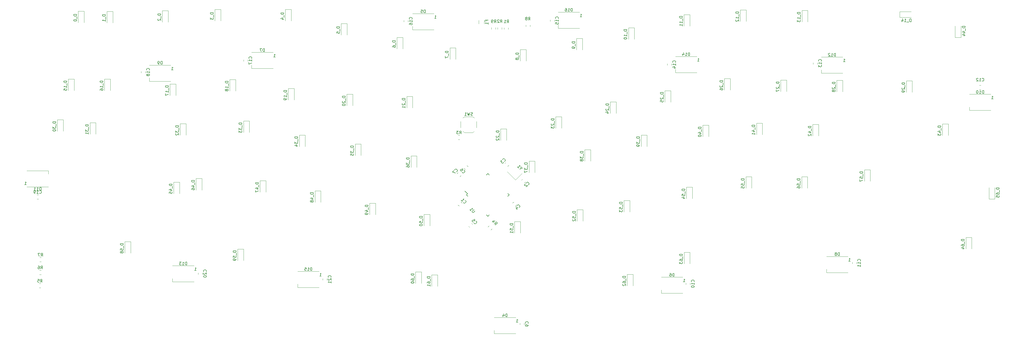
<source format=gbr>
%TF.GenerationSoftware,KiCad,Pcbnew,(5.1.6)-1*%
%TF.CreationDate,2020-07-07T18:39:20+02:00*%
%TF.ProjectId,Proyecto A,50726f79-6563-4746-9f20-412e6b696361,rev?*%
%TF.SameCoordinates,Original*%
%TF.FileFunction,Legend,Bot*%
%TF.FilePolarity,Positive*%
%FSLAX46Y46*%
G04 Gerber Fmt 4.6, Leading zero omitted, Abs format (unit mm)*
G04 Created by KiCad (PCBNEW (5.1.6)-1) date 2020-07-07 18:39:20*
%MOMM*%
%LPD*%
G01*
G04 APERTURE LIST*
%ADD10C,0.120000*%
%ADD11C,0.150000*%
G04 APERTURE END LIST*
D10*
%TO.C,C21*%
X171296400Y-86824077D02*
X171296400Y-86306921D01*
X169876400Y-86824077D02*
X169876400Y-86306921D01*
%TO.C,C20*%
X128751400Y-84840578D02*
X128751400Y-84323422D01*
X127331400Y-84840578D02*
X127331400Y-84323422D01*
%TO.C,C19*%
X72800978Y-57710000D02*
X72283822Y-57710000D01*
X72800978Y-59130000D02*
X72283822Y-59130000D01*
%TO.C,C18*%
X109320400Y-16006578D02*
X109320400Y-15489422D01*
X107900400Y-16006578D02*
X107900400Y-15489422D01*
%TO.C,C17*%
X144245400Y-12021077D02*
X144245400Y-11503921D01*
X142825400Y-12021077D02*
X142825400Y-11503921D01*
%TO.C,C16*%
X198982400Y1392422D02*
X198982400Y1909578D01*
X197562400Y1392422D02*
X197562400Y1909578D01*
%TO.C,C15*%
X248893400Y1597921D02*
X248893400Y2115077D01*
X247473400Y1597921D02*
X247473400Y2115077D01*
%TO.C,C14*%
X288898400Y-13418077D02*
X288898400Y-12900921D01*
X287478400Y-13418077D02*
X287478400Y-12900921D01*
%TO.C,C13*%
X338682400Y-13085578D02*
X338682400Y-12568422D01*
X337262400Y-13085578D02*
X337262400Y-12568422D01*
%TO.C,C12*%
X393974822Y-21665000D02*
X394491978Y-21665000D01*
X393974822Y-20245000D02*
X394491978Y-20245000D01*
%TO.C,C11*%
X352017400Y-81236077D02*
X352017400Y-80718921D01*
X350597400Y-81236077D02*
X350597400Y-80718921D01*
%TO.C,C10*%
X295248400Y-88318078D02*
X295248400Y-87800922D01*
X293828400Y-88318078D02*
X293828400Y-87800922D01*
%TO.C,C9*%
X238606400Y-102064077D02*
X238606400Y-101546921D01*
X237186400Y-102064077D02*
X237186400Y-101546921D01*
%TO.C,D_63*%
X293177400Y-77317000D02*
X293177400Y-81217000D01*
X295177400Y-77317000D02*
X295177400Y-81217000D01*
X293177400Y-77317000D02*
X295177400Y-77317000D01*
%TO.C,R6*%
X73708578Y-84910000D02*
X73191422Y-84910000D01*
X73708578Y-83490000D02*
X73191422Y-83490000D01*
%TO.C,C7*%
X216646604Y-51471888D02*
X217012288Y-51106204D01*
X215642512Y-50467796D02*
X216008196Y-50102112D01*
%TO.C,D_40*%
X299557528Y-33920961D02*
X299557528Y-37820961D01*
X301557528Y-33920961D02*
X301557528Y-37820961D01*
X299557528Y-33920961D02*
X301557528Y-33920961D01*
%TO.C,D_44*%
X387670000Y-3950000D02*
X385670000Y-3950000D01*
X385670000Y-3950000D02*
X385670000Y-50000D01*
X387670000Y-3950000D02*
X387670000Y-50000D01*
%TO.C,Y1*%
X235626029Y-52631163D02*
X232797602Y-49802736D01*
X237959482Y-50297710D02*
X235626029Y-52631163D01*
D11*
%TO.C,U1*%
X219295791Y-57323094D02*
X218394230Y-56421532D01*
X226207760Y-65048235D02*
X225730463Y-64570938D01*
X233526315Y-57729680D02*
X233049018Y-57252383D01*
X226207760Y-50411125D02*
X226685057Y-50888422D01*
X218889205Y-57729680D02*
X219366502Y-58206977D01*
X226207760Y-50411125D02*
X225730463Y-50888422D01*
X233526315Y-57729680D02*
X233049018Y-58206977D01*
X226207760Y-65048235D02*
X226685057Y-64570938D01*
X218889205Y-57729680D02*
X219295791Y-57323094D01*
D10*
%TO.C,SW1*%
X218200000Y-36420000D02*
X217710000Y-35930000D01*
X221100000Y-36420000D02*
X218200000Y-36420000D01*
X221100000Y-36420000D02*
X221590000Y-35930000D01*
X221100000Y-30980000D02*
X218200000Y-30980000D01*
X221100000Y-30980000D02*
X221590000Y-31470000D01*
X216930000Y-34740000D02*
X216930000Y-32660000D01*
X218200000Y-30980000D02*
X217710000Y-31470000D01*
X222370000Y-34740000D02*
X222370000Y-32660000D01*
%TO.C,R9*%
X228827400Y-1096078D02*
X228827400Y-578922D01*
X227407400Y-1096078D02*
X227407400Y-578922D01*
%TO.C,R8*%
X240638400Y-180078D02*
X240638400Y337078D01*
X239218400Y-180078D02*
X239218400Y337078D01*
%TO.C,R7*%
X73758578Y-80560000D02*
X73241422Y-80560000D01*
X73758578Y-79140000D02*
X73241422Y-79140000D01*
%TO.C,R5*%
X73551077Y-89460000D02*
X73033921Y-89460000D01*
X73551077Y-88040000D02*
X73033921Y-88040000D01*
%TO.C,R4*%
X226242512Y-68667796D02*
X226608196Y-68302112D01*
X227246604Y-69671888D02*
X227612288Y-69306204D01*
%TO.C,R3*%
X216623479Y-38797000D02*
X216106323Y-38797000D01*
X216623479Y-37377000D02*
X216106323Y-37377000D01*
%TO.C,R2*%
X230986400Y-1096078D02*
X230986400Y-578922D01*
X229566400Y-1096078D02*
X229566400Y-578922D01*
%TO.C,R1*%
X233145400Y-1106078D02*
X233145400Y-588922D01*
X231725400Y-1106078D02*
X231725400Y-588922D01*
%TO.C,F1*%
X223140000Y697936D02*
X223140000Y1902064D01*
X224960000Y697936D02*
X224960000Y1902064D01*
%TO.C,D_65*%
X399250000Y-59150000D02*
X399250000Y-55250000D01*
X397250000Y-59150000D02*
X397250000Y-55250000D01*
X399250000Y-59150000D02*
X397250000Y-59150000D01*
%TO.C,D_64*%
X389350000Y-72250000D02*
X389350000Y-76150000D01*
X391350000Y-72250000D02*
X391350000Y-76150000D01*
X389350000Y-72250000D02*
X391350000Y-72250000D01*
%TO.C,D_62*%
X273768750Y-84868750D02*
X273768750Y-88768750D01*
X275768750Y-84868750D02*
X275768750Y-88768750D01*
X273768750Y-84868750D02*
X275768750Y-84868750D01*
%TO.C,D_61*%
X207050000Y-85000000D02*
X207050000Y-88900000D01*
X209050000Y-85000000D02*
X209050000Y-88900000D01*
X207050000Y-85000000D02*
X209050000Y-85000000D01*
%TO.C,D_60*%
X201550000Y-84000000D02*
X201550000Y-87900000D01*
X203550000Y-84000000D02*
X203550000Y-87900000D01*
X201550000Y-84000000D02*
X203550000Y-84000000D01*
%TO.C,D_59*%
X140807400Y-76197000D02*
X140807400Y-80097000D01*
X142807400Y-76197000D02*
X142807400Y-80097000D01*
X140807400Y-76197000D02*
X142807400Y-76197000D01*
%TO.C,D_58*%
X102318750Y-73693750D02*
X102318750Y-77593750D01*
X104318750Y-73693750D02*
X104318750Y-77593750D01*
X102318750Y-73693750D02*
X104318750Y-73693750D01*
%TO.C,D_57*%
X354731250Y-49150000D02*
X354731250Y-53050000D01*
X356731250Y-49150000D02*
X356731250Y-53050000D01*
X354731250Y-49150000D02*
X356731250Y-49150000D01*
%TO.C,D_56*%
X333300000Y-51531250D02*
X333300000Y-55431250D01*
X335300000Y-51531250D02*
X335300000Y-55431250D01*
X333300000Y-51531250D02*
X335300000Y-51531250D01*
%TO.C,D_55*%
X314250000Y-51531250D02*
X314250000Y-55431250D01*
X316250000Y-51531250D02*
X316250000Y-55431250D01*
X314250000Y-51531250D02*
X316250000Y-51531250D01*
%TO.C,D_54*%
X293980000Y-55100000D02*
X293980000Y-59000000D01*
X295980000Y-55100000D02*
X295980000Y-59000000D01*
X293980000Y-55100000D02*
X295980000Y-55100000D01*
%TO.C,D_53*%
X272650000Y-59600000D02*
X272650000Y-63500000D01*
X274650000Y-59600000D02*
X274650000Y-63500000D01*
X272650000Y-59600000D02*
X274650000Y-59600000D01*
%TO.C,D_52*%
X256650000Y-62740000D02*
X256650000Y-66640000D01*
X258650000Y-62740000D02*
X258650000Y-66640000D01*
X256650000Y-62740000D02*
X258650000Y-62740000D01*
%TO.C,D_51*%
X235300000Y-66850000D02*
X235300000Y-70750000D01*
X237300000Y-66850000D02*
X237300000Y-70750000D01*
X235300000Y-66850000D02*
X237300000Y-66850000D01*
%TO.C,D_50*%
X204400000Y-64400000D02*
X204400000Y-68300000D01*
X206400000Y-64400000D02*
X206400000Y-68300000D01*
X204400000Y-64400000D02*
X206400000Y-64400000D01*
%TO.C,D_49*%
X185850000Y-60550000D02*
X185850000Y-64450000D01*
X187850000Y-60550000D02*
X187850000Y-64450000D01*
X185850000Y-60550000D02*
X187850000Y-60550000D01*
%TO.C,D_48*%
X167200000Y-56300000D02*
X167200000Y-60200000D01*
X169200000Y-56300000D02*
X169200000Y-60200000D01*
X167200000Y-56300000D02*
X169200000Y-56300000D01*
%TO.C,D_47*%
X148450000Y-52850000D02*
X148450000Y-56750000D01*
X150450000Y-52850000D02*
X150450000Y-56750000D01*
X148450000Y-52850000D02*
X150450000Y-52850000D01*
%TO.C,D_46*%
X126620000Y-52140000D02*
X126620000Y-56040000D01*
X128620000Y-52140000D02*
X128620000Y-56040000D01*
X126620000Y-52140000D02*
X128620000Y-52140000D01*
%TO.C,D_45*%
X118987500Y-53350000D02*
X118987500Y-57250000D01*
X120987500Y-53350000D02*
X120987500Y-57250000D01*
X118987500Y-53350000D02*
X120987500Y-53350000D01*
%TO.C,D_43*%
X381350000Y-33500000D02*
X381350000Y-37400000D01*
X383350000Y-33500000D02*
X383350000Y-37400000D01*
X381350000Y-33500000D02*
X383350000Y-33500000D01*
%TO.C,D_42*%
X337100000Y-33630000D02*
X337100000Y-37530000D01*
X339100000Y-33630000D02*
X339100000Y-37530000D01*
X337100000Y-33630000D02*
X339100000Y-33630000D01*
%TO.C,D_41*%
X317900000Y-33250000D02*
X317900000Y-37150000D01*
X319900000Y-33250000D02*
X319900000Y-37150000D01*
X317900000Y-33250000D02*
X319900000Y-33250000D01*
%TO.C,D_39*%
X278531250Y-37243750D02*
X278531250Y-41143750D01*
X280531250Y-37243750D02*
X280531250Y-41143750D01*
X278531250Y-37243750D02*
X280531250Y-37243750D01*
%TO.C,D_38*%
X259270000Y-42240000D02*
X259270000Y-46140000D01*
X261270000Y-42240000D02*
X261270000Y-46140000D01*
X259270000Y-42240000D02*
X261270000Y-42240000D01*
%TO.C,D_37*%
X240250000Y-46150000D02*
X240250000Y-50050000D01*
X242250000Y-46150000D02*
X242250000Y-50050000D01*
X240250000Y-46150000D02*
X242250000Y-46150000D01*
%TO.C,D_36*%
X199950000Y-44387500D02*
X199950000Y-48287500D01*
X201950000Y-44387500D02*
X201950000Y-48287500D01*
X199950000Y-44387500D02*
X201950000Y-44387500D01*
%TO.C,D_35*%
X180900000Y-40356250D02*
X180900000Y-44256250D01*
X182900000Y-40356250D02*
X182900000Y-44256250D01*
X180900000Y-40356250D02*
X182900000Y-40356250D01*
%TO.C,D_34*%
X161850000Y-37243750D02*
X161850000Y-41143750D01*
X163850000Y-37243750D02*
X163850000Y-41143750D01*
X161850000Y-37243750D02*
X163850000Y-37243750D01*
%TO.C,D_33*%
X142800000Y-32481250D02*
X142800000Y-36381250D01*
X144800000Y-32481250D02*
X144800000Y-36381250D01*
X142800000Y-32481250D02*
X144800000Y-32481250D01*
%TO.C,D_32*%
X121170000Y-33410000D02*
X121170000Y-37310000D01*
X123170000Y-33410000D02*
X123170000Y-37310000D01*
X121170000Y-33410000D02*
X123170000Y-33410000D01*
%TO.C,D_31*%
X90410000Y-33050000D02*
X90410000Y-36950000D01*
X92410000Y-33050000D02*
X92410000Y-36950000D01*
X90410000Y-33050000D02*
X92410000Y-33050000D01*
%TO.C,D_30*%
X79250000Y-32050000D02*
X79250000Y-35950000D01*
X81250000Y-32050000D02*
X81250000Y-35950000D01*
X79250000Y-32050000D02*
X81250000Y-32050000D01*
%TO.C,D_29*%
X369049999Y-18743750D02*
X369049999Y-22643750D01*
X371049999Y-18743750D02*
X371049999Y-22643750D01*
X369049999Y-18743750D02*
X371049999Y-18743750D01*
%TO.C,D_28*%
X345289074Y-18570545D02*
X345289074Y-22470545D01*
X347289074Y-18570545D02*
X347289074Y-22470545D01*
X345289074Y-18570545D02*
X347289074Y-18570545D01*
%TO.C,D_27*%
X326175000Y-18475000D02*
X326175000Y-22375000D01*
X328175000Y-18475000D02*
X328175000Y-22375000D01*
X326175000Y-18475000D02*
X328175000Y-18475000D01*
%TO.C,D_26*%
X306930000Y-18015001D02*
X306930000Y-21915001D01*
X308930000Y-18015001D02*
X308930000Y-21915001D01*
X306930000Y-18015001D02*
X308930000Y-18015001D01*
%TO.C,D_25*%
X286625000Y-22100000D02*
X286625000Y-26000000D01*
X288625000Y-22100000D02*
X288625000Y-26000000D01*
X286625000Y-22100000D02*
X288625000Y-22100000D01*
%TO.C,D_24*%
X268000000Y-25950000D02*
X268000000Y-29850000D01*
X270000000Y-25950000D02*
X270000000Y-29850000D01*
X268000000Y-25950000D02*
X270000000Y-25950000D01*
%TO.C,D_23*%
X249350000Y-31025000D02*
X249350000Y-34925000D01*
X251350000Y-31025000D02*
X251350000Y-34925000D01*
X249350000Y-31025000D02*
X251350000Y-31025000D01*
%TO.C,D_22*%
X230575000Y-35175000D02*
X230575000Y-39075000D01*
X232575000Y-35175000D02*
X232575000Y-39075000D01*
X230575000Y-35175000D02*
X232575000Y-35175000D01*
%TO.C,D_21*%
X198520000Y-24110000D02*
X198520000Y-28010000D01*
X200520000Y-24110000D02*
X200520000Y-28010000D01*
X198520000Y-24110000D02*
X200520000Y-24110000D01*
%TO.C,D_20*%
X178100000Y-23350000D02*
X178100000Y-27250000D01*
X180100000Y-23350000D02*
X180100000Y-27250000D01*
X178100000Y-23350000D02*
X180100000Y-23350000D01*
%TO.C,D_19*%
X158075000Y-21375000D02*
X158075000Y-25275000D01*
X160075000Y-21375000D02*
X160075000Y-25275000D01*
X158075000Y-21375000D02*
X160075000Y-21375000D01*
%TO.C,D_18*%
X138127400Y-18287000D02*
X138127400Y-22187000D01*
X140127400Y-18287000D02*
X140127400Y-22187000D01*
X138127400Y-18287000D02*
X140127400Y-18287000D01*
%TO.C,D_17*%
X117700000Y-19800000D02*
X117700000Y-23700000D01*
X119700000Y-19800000D02*
X119700000Y-23700000D01*
X117700000Y-19800000D02*
X119700000Y-19800000D01*
%TO.C,D_16*%
X95375000Y-18150000D02*
X95375000Y-22050000D01*
X97375000Y-18150000D02*
X97375000Y-22050000D01*
X95375000Y-18150000D02*
X97375000Y-18150000D01*
%TO.C,D_15*%
X83000000Y-18150000D02*
X83000000Y-22050000D01*
X85000000Y-18150000D02*
X85000000Y-22050000D01*
X83000000Y-18150000D02*
X85000000Y-18150000D01*
%TO.C,D_14*%
X366800000Y2900000D02*
X370700000Y2900000D01*
X366800000Y4900000D02*
X370700000Y4900000D01*
X366800000Y2900000D02*
X366800000Y4900000D01*
%TO.C,D_13*%
X333400000Y5300000D02*
X333400000Y1400000D01*
X335400000Y5300000D02*
X335400000Y1400000D01*
X333400000Y5300000D02*
X335400000Y5300000D01*
%TO.C,D_12*%
X312350000Y5450000D02*
X312350000Y1550000D01*
X314350000Y5450000D02*
X314350000Y1550000D01*
X312350000Y5450000D02*
X314350000Y5450000D01*
%TO.C,D_11*%
X293150000Y3900000D02*
X293150000Y0D01*
X295150000Y3900000D02*
X295150000Y0D01*
X293150000Y3900000D02*
X295150000Y3900000D01*
%TO.C,D_10*%
X274200000Y-600000D02*
X274200000Y-4500000D01*
X276200000Y-600000D02*
X276200000Y-4500000D01*
X274200000Y-600000D02*
X276200000Y-600000D01*
%TO.C,D_9*%
X256500000Y-4250000D02*
X256500000Y-8150000D01*
X258500000Y-4250000D02*
X258500000Y-8150000D01*
X256500000Y-4250000D02*
X258500000Y-4250000D01*
%TO.C,D_8*%
X237250000Y-8100000D02*
X237250000Y-12000000D01*
X239250000Y-8100000D02*
X239250000Y-12000000D01*
X237250000Y-8100000D02*
X239250000Y-8100000D01*
%TO.C,D_7*%
X213240000Y-7510000D02*
X213240000Y-11410000D01*
X215240000Y-7510000D02*
X215240000Y-11410000D01*
X213240000Y-7510000D02*
X215240000Y-7510000D01*
%TO.C,D_6*%
X195187500Y-3906250D02*
X195187500Y-7806250D01*
X197187500Y-3906250D02*
X197187500Y-7806250D01*
X195187500Y-3906250D02*
X197187500Y-3906250D01*
%TO.C,D_5*%
X176137500Y856250D02*
X176137500Y-3043750D01*
X178137500Y856250D02*
X178137500Y-3043750D01*
X176137500Y856250D02*
X178137500Y856250D01*
%TO.C,D_4*%
X157087500Y5618750D02*
X157087500Y1718750D01*
X159087500Y5618750D02*
X159087500Y1718750D01*
X157087500Y5618750D02*
X159087500Y5618750D01*
%TO.C,D_3*%
X133050000Y5650000D02*
X133050000Y1750000D01*
X135050000Y5650000D02*
X135050000Y1750000D01*
X133050000Y5650000D02*
X135050000Y5650000D01*
%TO.C,D_2*%
X115100000Y5250000D02*
X115100000Y1350000D01*
X117100000Y5250000D02*
X117100000Y1350000D01*
X115100000Y5250000D02*
X117100000Y5250000D01*
%TO.C,D_1*%
X96200000Y5000000D02*
X96200000Y1100000D01*
X98200000Y5000000D02*
X98200000Y1100000D01*
X96200000Y5000000D02*
X98200000Y5000000D01*
%TO.C,D_0*%
X86400000Y5050000D02*
X86400000Y1150000D01*
X88400000Y5050000D02*
X88400000Y1150000D01*
X86400000Y5050000D02*
X88400000Y5050000D01*
%TO.C,D16*%
X250177400Y-787000D02*
X250177400Y363000D01*
X257477400Y-787000D02*
X250177400Y-787000D01*
X257477400Y4713000D02*
X250177400Y4713000D01*
%TO.C,D15*%
X161277400Y-89337000D02*
X161277400Y-88187000D01*
X168577400Y-89337000D02*
X161277400Y-89337000D01*
X168577400Y-83837000D02*
X161277400Y-83837000D01*
%TO.C,D14*%
X290227400Y-15937000D02*
X290227400Y-14787000D01*
X297527400Y-15937000D02*
X290227400Y-15937000D01*
X297527400Y-10437000D02*
X290227400Y-10437000D01*
%TO.C,D13*%
X118577400Y-87437000D02*
X118577400Y-86287000D01*
X125877400Y-87437000D02*
X118577400Y-87437000D01*
X125877400Y-81937000D02*
X118577400Y-81937000D01*
%TO.C,D12*%
X340027400Y-16137000D02*
X340027400Y-14987000D01*
X347327400Y-16137000D02*
X340027400Y-16137000D01*
X347327400Y-10637000D02*
X340027400Y-10637000D01*
%TO.C,D11*%
X76177400Y-49437000D02*
X76177400Y-50587000D01*
X68877400Y-49437000D02*
X76177400Y-49437000D01*
X68877400Y-54937000D02*
X76177400Y-54937000D01*
%TO.C,D10*%
X390577400Y-28837000D02*
X390577400Y-27687000D01*
X397877400Y-28837000D02*
X390577400Y-28837000D01*
X397877400Y-23337000D02*
X390577400Y-23337000D01*
%TO.C,D9*%
X110677400Y-18887000D02*
X110677400Y-17737000D01*
X117977400Y-18887000D02*
X110677400Y-18887000D01*
X117977400Y-13387000D02*
X110677400Y-13387000D01*
%TO.C,D8*%
X341827400Y-84237000D02*
X341827400Y-83087000D01*
X349127400Y-84237000D02*
X341827400Y-84237000D01*
X349127400Y-78737000D02*
X341827400Y-78737000D01*
%TO.C,D7*%
X145577400Y-14537000D02*
X145577400Y-13387000D01*
X152877400Y-14537000D02*
X145577400Y-14537000D01*
X152877400Y-9037000D02*
X145577400Y-9037000D01*
%TO.C,D6*%
X285377400Y-91337000D02*
X285377400Y-90187000D01*
X292677400Y-91337000D02*
X285377400Y-91337000D01*
X292677400Y-85837000D02*
X285377400Y-85837000D01*
%TO.C,D5*%
X200477400Y-1287000D02*
X200477400Y-137000D01*
X207777400Y-1287000D02*
X200477400Y-1287000D01*
X207777400Y4213000D02*
X200477400Y4213000D01*
%TO.C,D4*%
X228377400Y-105137000D02*
X228377400Y-103987000D01*
X235677400Y-105137000D02*
X228377400Y-105137000D01*
X235677400Y-99637000D02*
X228377400Y-99637000D01*
%TO.C,C6*%
X219069517Y-47665025D02*
X219435201Y-48030709D01*
X218065425Y-48669117D02*
X218431109Y-49034801D01*
%TO.C,C5*%
X219978196Y-68791888D02*
X219612512Y-68426204D01*
X220982288Y-67787796D02*
X220616604Y-67422112D01*
%TO.C,C4*%
X234642512Y-60467796D02*
X235008196Y-60102112D01*
X235646604Y-61471888D02*
X236012288Y-61106204D01*
%TO.C,C3*%
X233319375Y-47609117D02*
X232953691Y-47974801D01*
X232315283Y-46605025D02*
X231949599Y-46970709D01*
%TO.C,C2*%
X237692512Y-52657796D02*
X238058196Y-52292112D01*
X238696604Y-53661888D02*
X239062288Y-53296204D01*
%TO.C,C1*%
X217029517Y-60145025D02*
X217395201Y-60510709D01*
X216025425Y-61149117D02*
X216391109Y-61514801D01*
%TO.C,C21*%
D11*
X172593542Y-85922641D02*
X172641161Y-85875022D01*
X172688780Y-85732165D01*
X172688780Y-85636927D01*
X172641161Y-85494070D01*
X172545923Y-85398832D01*
X172450685Y-85351213D01*
X172260209Y-85303594D01*
X172117352Y-85303594D01*
X171926876Y-85351213D01*
X171831638Y-85398832D01*
X171736400Y-85494070D01*
X171688780Y-85636927D01*
X171688780Y-85732165D01*
X171736400Y-85875022D01*
X171784019Y-85922641D01*
X171784019Y-86303594D02*
X171736400Y-86351213D01*
X171688780Y-86446451D01*
X171688780Y-86684546D01*
X171736400Y-86779784D01*
X171784019Y-86827403D01*
X171879257Y-86875022D01*
X171974495Y-86875022D01*
X172117352Y-86827403D01*
X172688780Y-86255975D01*
X172688780Y-86875022D01*
X172688780Y-87827403D02*
X172688780Y-87255975D01*
X172688780Y-87541689D02*
X171688780Y-87541689D01*
X171831638Y-87446451D01*
X171926876Y-87351213D01*
X171974495Y-87255975D01*
%TO.C,C20*%
X130048542Y-83939142D02*
X130096161Y-83891523D01*
X130143780Y-83748666D01*
X130143780Y-83653428D01*
X130096161Y-83510571D01*
X130000923Y-83415333D01*
X129905685Y-83367714D01*
X129715209Y-83320095D01*
X129572352Y-83320095D01*
X129381876Y-83367714D01*
X129286638Y-83415333D01*
X129191400Y-83510571D01*
X129143780Y-83653428D01*
X129143780Y-83748666D01*
X129191400Y-83891523D01*
X129239019Y-83939142D01*
X129239019Y-84320095D02*
X129191400Y-84367714D01*
X129143780Y-84462952D01*
X129143780Y-84701047D01*
X129191400Y-84796285D01*
X129239019Y-84843904D01*
X129334257Y-84891523D01*
X129429495Y-84891523D01*
X129572352Y-84843904D01*
X130143780Y-84272476D01*
X130143780Y-84891523D01*
X129143780Y-85510571D02*
X129143780Y-85605809D01*
X129191400Y-85701047D01*
X129239019Y-85748666D01*
X129334257Y-85796285D01*
X129524733Y-85843904D01*
X129762828Y-85843904D01*
X129953304Y-85796285D01*
X130048542Y-85748666D01*
X130096161Y-85701047D01*
X130143780Y-85605809D01*
X130143780Y-85510571D01*
X130096161Y-85415333D01*
X130048542Y-85367714D01*
X129953304Y-85320095D01*
X129762828Y-85272476D01*
X129524733Y-85272476D01*
X129334257Y-85320095D01*
X129239019Y-85367714D01*
X129191400Y-85415333D01*
X129143780Y-85510571D01*
%TO.C,C19*%
X73185257Y-57127142D02*
X73232876Y-57174761D01*
X73375733Y-57222380D01*
X73470971Y-57222380D01*
X73613828Y-57174761D01*
X73709066Y-57079523D01*
X73756685Y-56984285D01*
X73804304Y-56793809D01*
X73804304Y-56650952D01*
X73756685Y-56460476D01*
X73709066Y-56365238D01*
X73613828Y-56270000D01*
X73470971Y-56222380D01*
X73375733Y-56222380D01*
X73232876Y-56270000D01*
X73185257Y-56317619D01*
X72232876Y-57222380D02*
X72804304Y-57222380D01*
X72518590Y-57222380D02*
X72518590Y-56222380D01*
X72613828Y-56365238D01*
X72709066Y-56460476D01*
X72804304Y-56508095D01*
X71756685Y-57222380D02*
X71566209Y-57222380D01*
X71470971Y-57174761D01*
X71423352Y-57127142D01*
X71328114Y-56984285D01*
X71280495Y-56793809D01*
X71280495Y-56412857D01*
X71328114Y-56317619D01*
X71375733Y-56270000D01*
X71470971Y-56222380D01*
X71661447Y-56222380D01*
X71756685Y-56270000D01*
X71804304Y-56317619D01*
X71851923Y-56412857D01*
X71851923Y-56650952D01*
X71804304Y-56746190D01*
X71756685Y-56793809D01*
X71661447Y-56841428D01*
X71470971Y-56841428D01*
X71375733Y-56793809D01*
X71328114Y-56746190D01*
X71280495Y-56650952D01*
%TO.C,C18*%
X110617542Y-15105142D02*
X110665161Y-15057523D01*
X110712780Y-14914666D01*
X110712780Y-14819428D01*
X110665161Y-14676571D01*
X110569923Y-14581333D01*
X110474685Y-14533714D01*
X110284209Y-14486095D01*
X110141352Y-14486095D01*
X109950876Y-14533714D01*
X109855638Y-14581333D01*
X109760400Y-14676571D01*
X109712780Y-14819428D01*
X109712780Y-14914666D01*
X109760400Y-15057523D01*
X109808019Y-15105142D01*
X110712780Y-16057523D02*
X110712780Y-15486095D01*
X110712780Y-15771809D02*
X109712780Y-15771809D01*
X109855638Y-15676571D01*
X109950876Y-15581333D01*
X109998495Y-15486095D01*
X110141352Y-16628952D02*
X110093733Y-16533714D01*
X110046114Y-16486095D01*
X109950876Y-16438476D01*
X109903257Y-16438476D01*
X109808019Y-16486095D01*
X109760400Y-16533714D01*
X109712780Y-16628952D01*
X109712780Y-16819428D01*
X109760400Y-16914666D01*
X109808019Y-16962285D01*
X109903257Y-17009904D01*
X109950876Y-17009904D01*
X110046114Y-16962285D01*
X110093733Y-16914666D01*
X110141352Y-16819428D01*
X110141352Y-16628952D01*
X110188971Y-16533714D01*
X110236590Y-16486095D01*
X110331828Y-16438476D01*
X110522304Y-16438476D01*
X110617542Y-16486095D01*
X110665161Y-16533714D01*
X110712780Y-16628952D01*
X110712780Y-16819428D01*
X110665161Y-16914666D01*
X110617542Y-16962285D01*
X110522304Y-17009904D01*
X110331828Y-17009904D01*
X110236590Y-16962285D01*
X110188971Y-16914666D01*
X110141352Y-16819428D01*
%TO.C,C17*%
X145542542Y-11119641D02*
X145590161Y-11072022D01*
X145637780Y-10929165D01*
X145637780Y-10833927D01*
X145590161Y-10691070D01*
X145494923Y-10595832D01*
X145399685Y-10548213D01*
X145209209Y-10500594D01*
X145066352Y-10500594D01*
X144875876Y-10548213D01*
X144780638Y-10595832D01*
X144685400Y-10691070D01*
X144637780Y-10833927D01*
X144637780Y-10929165D01*
X144685400Y-11072022D01*
X144733019Y-11119641D01*
X145637780Y-12072022D02*
X145637780Y-11500594D01*
X145637780Y-11786308D02*
X144637780Y-11786308D01*
X144780638Y-11691070D01*
X144875876Y-11595832D01*
X144923495Y-11500594D01*
X144637780Y-12405356D02*
X144637780Y-13072022D01*
X145637780Y-12643451D01*
%TO.C,C16*%
X200279542Y2293857D02*
X200327161Y2341476D01*
X200374780Y2484333D01*
X200374780Y2579571D01*
X200327161Y2722428D01*
X200231923Y2817666D01*
X200136685Y2865285D01*
X199946209Y2912904D01*
X199803352Y2912904D01*
X199612876Y2865285D01*
X199517638Y2817666D01*
X199422400Y2722428D01*
X199374780Y2579571D01*
X199374780Y2484333D01*
X199422400Y2341476D01*
X199470019Y2293857D01*
X200374780Y1341476D02*
X200374780Y1912904D01*
X200374780Y1627190D02*
X199374780Y1627190D01*
X199517638Y1722428D01*
X199612876Y1817666D01*
X199660495Y1912904D01*
X199374780Y484333D02*
X199374780Y674809D01*
X199422400Y770047D01*
X199470019Y817666D01*
X199612876Y912904D01*
X199803352Y960523D01*
X200184304Y960523D01*
X200279542Y912904D01*
X200327161Y865285D01*
X200374780Y770047D01*
X200374780Y579571D01*
X200327161Y484333D01*
X200279542Y436714D01*
X200184304Y389095D01*
X199946209Y389095D01*
X199850971Y436714D01*
X199803352Y484333D01*
X199755733Y579571D01*
X199755733Y770047D01*
X199803352Y865285D01*
X199850971Y912904D01*
X199946209Y960523D01*
%TO.C,C15*%
X250190542Y2499356D02*
X250238161Y2546975D01*
X250285780Y2689832D01*
X250285780Y2785070D01*
X250238161Y2927927D01*
X250142923Y3023165D01*
X250047685Y3070784D01*
X249857209Y3118403D01*
X249714352Y3118403D01*
X249523876Y3070784D01*
X249428638Y3023165D01*
X249333400Y2927927D01*
X249285780Y2785070D01*
X249285780Y2689832D01*
X249333400Y2546975D01*
X249381019Y2499356D01*
X250285780Y1546975D02*
X250285780Y2118403D01*
X250285780Y1832689D02*
X249285780Y1832689D01*
X249428638Y1927927D01*
X249523876Y2023165D01*
X249571495Y2118403D01*
X249285780Y642213D02*
X249285780Y1118403D01*
X249761971Y1166022D01*
X249714352Y1118403D01*
X249666733Y1023165D01*
X249666733Y785070D01*
X249714352Y689832D01*
X249761971Y642213D01*
X249857209Y594594D01*
X250095304Y594594D01*
X250190542Y642213D01*
X250238161Y689832D01*
X250285780Y785070D01*
X250285780Y1023165D01*
X250238161Y1118403D01*
X250190542Y1166022D01*
%TO.C,C14*%
X290195542Y-12516641D02*
X290243161Y-12469022D01*
X290290780Y-12326165D01*
X290290780Y-12230927D01*
X290243161Y-12088070D01*
X290147923Y-11992832D01*
X290052685Y-11945213D01*
X289862209Y-11897594D01*
X289719352Y-11897594D01*
X289528876Y-11945213D01*
X289433638Y-11992832D01*
X289338400Y-12088070D01*
X289290780Y-12230927D01*
X289290780Y-12326165D01*
X289338400Y-12469022D01*
X289386019Y-12516641D01*
X290290780Y-13469022D02*
X290290780Y-12897594D01*
X290290780Y-13183308D02*
X289290780Y-13183308D01*
X289433638Y-13088070D01*
X289528876Y-12992832D01*
X289576495Y-12897594D01*
X289624114Y-14326165D02*
X290290780Y-14326165D01*
X289243161Y-14088070D02*
X289957447Y-13849975D01*
X289957447Y-14469022D01*
%TO.C,C13*%
X339979542Y-12057142D02*
X340027161Y-12009523D01*
X340074780Y-11866666D01*
X340074780Y-11771428D01*
X340027161Y-11628571D01*
X339931923Y-11533333D01*
X339836685Y-11485714D01*
X339646209Y-11438095D01*
X339503352Y-11438095D01*
X339312876Y-11485714D01*
X339217638Y-11533333D01*
X339122400Y-11628571D01*
X339074780Y-11771428D01*
X339074780Y-11866666D01*
X339122400Y-12009523D01*
X339170019Y-12057142D01*
X340074780Y-13009523D02*
X340074780Y-12438095D01*
X340074780Y-12723809D02*
X339074780Y-12723809D01*
X339217638Y-12628571D01*
X339312876Y-12533333D01*
X339360495Y-12438095D01*
X339074780Y-13342857D02*
X339074780Y-13961904D01*
X339455733Y-13628571D01*
X339455733Y-13771428D01*
X339503352Y-13866666D01*
X339550971Y-13914285D01*
X339646209Y-13961904D01*
X339884304Y-13961904D01*
X339979542Y-13914285D01*
X340027161Y-13866666D01*
X340074780Y-13771428D01*
X340074780Y-13485714D01*
X340027161Y-13390476D01*
X339979542Y-13342857D01*
%TO.C,C12*%
X394876257Y-18772142D02*
X394923876Y-18819761D01*
X395066733Y-18867380D01*
X395161971Y-18867380D01*
X395304828Y-18819761D01*
X395400066Y-18724523D01*
X395447685Y-18629285D01*
X395495304Y-18438809D01*
X395495304Y-18295952D01*
X395447685Y-18105476D01*
X395400066Y-18010238D01*
X395304828Y-17915000D01*
X395161971Y-17867380D01*
X395066733Y-17867380D01*
X394923876Y-17915000D01*
X394876257Y-17962619D01*
X393923876Y-18867380D02*
X394495304Y-18867380D01*
X394209590Y-18867380D02*
X394209590Y-17867380D01*
X394304828Y-18010238D01*
X394400066Y-18105476D01*
X394495304Y-18153095D01*
X393542923Y-17962619D02*
X393495304Y-17915000D01*
X393400066Y-17867380D01*
X393161971Y-17867380D01*
X393066733Y-17915000D01*
X393019114Y-17962619D01*
X392971495Y-18057857D01*
X392971495Y-18153095D01*
X393019114Y-18295952D01*
X393590542Y-18867380D01*
X392971495Y-18867380D01*
%TO.C,C11*%
X353314542Y-80334641D02*
X353362161Y-80287022D01*
X353409780Y-80144165D01*
X353409780Y-80048927D01*
X353362161Y-79906070D01*
X353266923Y-79810832D01*
X353171685Y-79763213D01*
X352981209Y-79715594D01*
X352838352Y-79715594D01*
X352647876Y-79763213D01*
X352552638Y-79810832D01*
X352457400Y-79906070D01*
X352409780Y-80048927D01*
X352409780Y-80144165D01*
X352457400Y-80287022D01*
X352505019Y-80334641D01*
X353409780Y-81287022D02*
X353409780Y-80715594D01*
X353409780Y-81001308D02*
X352409780Y-81001308D01*
X352552638Y-80906070D01*
X352647876Y-80810832D01*
X352695495Y-80715594D01*
X353409780Y-82239403D02*
X353409780Y-81667975D01*
X353409780Y-81953689D02*
X352409780Y-81953689D01*
X352552638Y-81858451D01*
X352647876Y-81763213D01*
X352695495Y-81667975D01*
%TO.C,C10*%
X296545542Y-87416642D02*
X296593161Y-87369023D01*
X296640780Y-87226166D01*
X296640780Y-87130928D01*
X296593161Y-86988071D01*
X296497923Y-86892833D01*
X296402685Y-86845214D01*
X296212209Y-86797595D01*
X296069352Y-86797595D01*
X295878876Y-86845214D01*
X295783638Y-86892833D01*
X295688400Y-86988071D01*
X295640780Y-87130928D01*
X295640780Y-87226166D01*
X295688400Y-87369023D01*
X295736019Y-87416642D01*
X296640780Y-88369023D02*
X296640780Y-87797595D01*
X296640780Y-88083309D02*
X295640780Y-88083309D01*
X295783638Y-87988071D01*
X295878876Y-87892833D01*
X295926495Y-87797595D01*
X295640780Y-88988071D02*
X295640780Y-89083309D01*
X295688400Y-89178547D01*
X295736019Y-89226166D01*
X295831257Y-89273785D01*
X296021733Y-89321404D01*
X296259828Y-89321404D01*
X296450304Y-89273785D01*
X296545542Y-89226166D01*
X296593161Y-89178547D01*
X296640780Y-89083309D01*
X296640780Y-88988071D01*
X296593161Y-88892833D01*
X296545542Y-88845214D01*
X296450304Y-88797595D01*
X296259828Y-88749976D01*
X296021733Y-88749976D01*
X295831257Y-88797595D01*
X295736019Y-88845214D01*
X295688400Y-88892833D01*
X295640780Y-88988071D01*
%TO.C,C9*%
X239903542Y-101638832D02*
X239951161Y-101591213D01*
X239998780Y-101448356D01*
X239998780Y-101353118D01*
X239951161Y-101210260D01*
X239855923Y-101115022D01*
X239760685Y-101067403D01*
X239570209Y-101019784D01*
X239427352Y-101019784D01*
X239236876Y-101067403D01*
X239141638Y-101115022D01*
X239046400Y-101210260D01*
X238998780Y-101353118D01*
X238998780Y-101448356D01*
X239046400Y-101591213D01*
X239094019Y-101638832D01*
X239998780Y-102115022D02*
X239998780Y-102305499D01*
X239951161Y-102400737D01*
X239903542Y-102448356D01*
X239760685Y-102543594D01*
X239570209Y-102591213D01*
X239189257Y-102591213D01*
X239094019Y-102543594D01*
X239046400Y-102495975D01*
X238998780Y-102400737D01*
X238998780Y-102210260D01*
X239046400Y-102115022D01*
X239094019Y-102067403D01*
X239189257Y-102019784D01*
X239427352Y-102019784D01*
X239522590Y-102067403D01*
X239570209Y-102115022D01*
X239617828Y-102210260D01*
X239617828Y-102400737D01*
X239570209Y-102495975D01*
X239522590Y-102543594D01*
X239427352Y-102591213D01*
%TO.C,D_63*%
X292629780Y-77971761D02*
X291629780Y-77971761D01*
X291629780Y-78209857D01*
X291677400Y-78352714D01*
X291772638Y-78447952D01*
X291867876Y-78495571D01*
X292058352Y-78543190D01*
X292201209Y-78543190D01*
X292391685Y-78495571D01*
X292486923Y-78447952D01*
X292582161Y-78352714D01*
X292629780Y-78209857D01*
X292629780Y-77971761D01*
X292725019Y-78733666D02*
X292725019Y-79495571D01*
X291629780Y-80162238D02*
X291629780Y-79971761D01*
X291677400Y-79876523D01*
X291725019Y-79828904D01*
X291867876Y-79733666D01*
X292058352Y-79686047D01*
X292439304Y-79686047D01*
X292534542Y-79733666D01*
X292582161Y-79781285D01*
X292629780Y-79876523D01*
X292629780Y-80067000D01*
X292582161Y-80162238D01*
X292534542Y-80209857D01*
X292439304Y-80257476D01*
X292201209Y-80257476D01*
X292105971Y-80209857D01*
X292058352Y-80162238D01*
X292010733Y-80067000D01*
X292010733Y-79876523D01*
X292058352Y-79781285D01*
X292105971Y-79733666D01*
X292201209Y-79686047D01*
X291629780Y-80590809D02*
X291629780Y-81209857D01*
X292010733Y-80876523D01*
X292010733Y-81019380D01*
X292058352Y-81114619D01*
X292105971Y-81162238D01*
X292201209Y-81209857D01*
X292439304Y-81209857D01*
X292534542Y-81162238D01*
X292582161Y-81114619D01*
X292629780Y-81019380D01*
X292629780Y-80733666D01*
X292582161Y-80638428D01*
X292534542Y-80590809D01*
%TO.C,R6*%
X73616666Y-83002380D02*
X73950000Y-82526190D01*
X74188095Y-83002380D02*
X74188095Y-82002380D01*
X73807142Y-82002380D01*
X73711904Y-82050000D01*
X73664285Y-82097619D01*
X73616666Y-82192857D01*
X73616666Y-82335714D01*
X73664285Y-82430952D01*
X73711904Y-82478571D01*
X73807142Y-82526190D01*
X74188095Y-82526190D01*
X72759523Y-82002380D02*
X72950000Y-82002380D01*
X73045238Y-82050000D01*
X73092857Y-82097619D01*
X73188095Y-82240476D01*
X73235714Y-82430952D01*
X73235714Y-82811904D01*
X73188095Y-82907142D01*
X73140476Y-82954761D01*
X73045238Y-83002380D01*
X72854761Y-83002380D01*
X72759523Y-82954761D01*
X72711904Y-82907142D01*
X72664285Y-82811904D01*
X72664285Y-82573809D01*
X72711904Y-82478571D01*
X72759523Y-82430952D01*
X72854761Y-82383333D01*
X73045238Y-82383333D01*
X73140476Y-82430952D01*
X73188095Y-82478571D01*
X73235714Y-82573809D01*
%TO.C,C7*%
X215490702Y-49788774D02*
X215558045Y-49788774D01*
X215692732Y-49721430D01*
X215760076Y-49654087D01*
X215827419Y-49519399D01*
X215827419Y-49384712D01*
X215793748Y-49283697D01*
X215692732Y-49115338D01*
X215591717Y-49014323D01*
X215423358Y-48913308D01*
X215322343Y-48879636D01*
X215187656Y-48879636D01*
X215052969Y-48946980D01*
X214985625Y-49014323D01*
X214918282Y-49149010D01*
X214918282Y-49216354D01*
X214615236Y-49384712D02*
X214143832Y-49856117D01*
X215153984Y-50260178D01*
%TO.C,D_40*%
X299009908Y-34575722D02*
X298009908Y-34575722D01*
X298009908Y-34813818D01*
X298057528Y-34956675D01*
X298152766Y-35051913D01*
X298248004Y-35099532D01*
X298438480Y-35147151D01*
X298581337Y-35147151D01*
X298771813Y-35099532D01*
X298867051Y-35051913D01*
X298962289Y-34956675D01*
X299009908Y-34813818D01*
X299009908Y-34575722D01*
X299105147Y-35337627D02*
X299105147Y-36099532D01*
X298343242Y-36766199D02*
X299009908Y-36766199D01*
X297962289Y-36528103D02*
X298676575Y-36290008D01*
X298676575Y-36909056D01*
X298009908Y-37480484D02*
X298009908Y-37575722D01*
X298057528Y-37670961D01*
X298105147Y-37718580D01*
X298200385Y-37766199D01*
X298390861Y-37813818D01*
X298628956Y-37813818D01*
X298819432Y-37766199D01*
X298914670Y-37718580D01*
X298962289Y-37670961D01*
X299009908Y-37575722D01*
X299009908Y-37480484D01*
X298962289Y-37385246D01*
X298914670Y-37337627D01*
X298819432Y-37290008D01*
X298628956Y-37242389D01*
X298390861Y-37242389D01*
X298200385Y-37290008D01*
X298105147Y-37337627D01*
X298057528Y-37385246D01*
X298009908Y-37480484D01*
%TO.C,D_44*%
X389122380Y-104761D02*
X388122380Y-104761D01*
X388122380Y-342857D01*
X388170000Y-485714D01*
X388265238Y-580952D01*
X388360476Y-628571D01*
X388550952Y-676190D01*
X388693809Y-676190D01*
X388884285Y-628571D01*
X388979523Y-580952D01*
X389074761Y-485714D01*
X389122380Y-342857D01*
X389122380Y-104761D01*
X389217619Y-866666D02*
X389217619Y-1628571D01*
X388455714Y-2295238D02*
X389122380Y-2295238D01*
X388074761Y-2057142D02*
X388789047Y-1819047D01*
X388789047Y-2438095D01*
X388455714Y-3247619D02*
X389122380Y-3247619D01*
X388074761Y-3009523D02*
X388789047Y-2771428D01*
X388789047Y-3390476D01*
%TO.C,Y1*%
X237464507Y-48637692D02*
X237127789Y-48974410D01*
X238070598Y-48503005D02*
X237464507Y-48637692D01*
X237599194Y-48031601D01*
X236285996Y-48132616D02*
X236690057Y-48536677D01*
X236488026Y-48334646D02*
X237195133Y-47627540D01*
X237161461Y-47795898D01*
X237161461Y-47930585D01*
X237195133Y-48031601D01*
%TO.C,U1*%
X221865787Y-63149148D02*
X221293367Y-63721568D01*
X221192352Y-63755240D01*
X221125008Y-63755240D01*
X221023993Y-63721568D01*
X220889306Y-63586881D01*
X220855634Y-63485866D01*
X220855634Y-63418522D01*
X220889306Y-63317507D01*
X221461726Y-62745087D01*
X220047512Y-62745087D02*
X220451573Y-63149148D01*
X220249543Y-62947118D02*
X220956649Y-62240011D01*
X220922978Y-62408370D01*
X220922978Y-62543057D01*
X220956649Y-62644072D01*
%TO.C,SW1*%
X220983333Y-30504761D02*
X220840476Y-30552380D01*
X220602380Y-30552380D01*
X220507142Y-30504761D01*
X220459523Y-30457142D01*
X220411904Y-30361904D01*
X220411904Y-30266666D01*
X220459523Y-30171428D01*
X220507142Y-30123809D01*
X220602380Y-30076190D01*
X220792857Y-30028571D01*
X220888095Y-29980952D01*
X220935714Y-29933333D01*
X220983333Y-29838095D01*
X220983333Y-29742857D01*
X220935714Y-29647619D01*
X220888095Y-29600000D01*
X220792857Y-29552380D01*
X220554761Y-29552380D01*
X220411904Y-29600000D01*
X220078571Y-29552380D02*
X219840476Y-30552380D01*
X219650000Y-29838095D01*
X219459523Y-30552380D01*
X219221428Y-29552380D01*
X218316666Y-30552380D02*
X218888095Y-30552380D01*
X218602380Y-30552380D02*
X218602380Y-29552380D01*
X218697619Y-29695238D01*
X218792857Y-29790476D01*
X218888095Y-29838095D01*
%TO.C,R9*%
X228347466Y1071619D02*
X228680800Y1547809D01*
X228918895Y1071619D02*
X228918895Y2071619D01*
X228537942Y2071619D01*
X228442704Y2024000D01*
X228395085Y1976380D01*
X228347466Y1881142D01*
X228347466Y1738285D01*
X228395085Y1643047D01*
X228442704Y1595428D01*
X228537942Y1547809D01*
X228918895Y1547809D01*
X227871276Y1071619D02*
X227680800Y1071619D01*
X227585561Y1119238D01*
X227537942Y1166857D01*
X227442704Y1309714D01*
X227395085Y1500190D01*
X227395085Y1881142D01*
X227442704Y1976380D01*
X227490323Y2024000D01*
X227585561Y2071619D01*
X227776038Y2071619D01*
X227871276Y2024000D01*
X227918895Y1976380D01*
X227966514Y1881142D01*
X227966514Y1643047D01*
X227918895Y1547809D01*
X227871276Y1500190D01*
X227776038Y1452571D01*
X227585561Y1452571D01*
X227490323Y1500190D01*
X227442704Y1547809D01*
X227395085Y1643047D01*
%TO.C,R8*%
X240008466Y2012619D02*
X240341800Y2488809D01*
X240579895Y2012619D02*
X240579895Y3012619D01*
X240198942Y3012619D01*
X240103704Y2965000D01*
X240056085Y2917380D01*
X240008466Y2822142D01*
X240008466Y2679285D01*
X240056085Y2584047D01*
X240103704Y2536428D01*
X240198942Y2488809D01*
X240579895Y2488809D01*
X239437038Y2584047D02*
X239532276Y2631666D01*
X239579895Y2679285D01*
X239627514Y2774523D01*
X239627514Y2822142D01*
X239579895Y2917380D01*
X239532276Y2965000D01*
X239437038Y3012619D01*
X239246561Y3012619D01*
X239151323Y2965000D01*
X239103704Y2917380D01*
X239056085Y2822142D01*
X239056085Y2774523D01*
X239103704Y2679285D01*
X239151323Y2631666D01*
X239246561Y2584047D01*
X239437038Y2584047D01*
X239532276Y2536428D01*
X239579895Y2488809D01*
X239627514Y2393571D01*
X239627514Y2203095D01*
X239579895Y2107857D01*
X239532276Y2060238D01*
X239437038Y2012619D01*
X239246561Y2012619D01*
X239151323Y2060238D01*
X239103704Y2107857D01*
X239056085Y2203095D01*
X239056085Y2393571D01*
X239103704Y2488809D01*
X239151323Y2536428D01*
X239246561Y2584047D01*
%TO.C,R7*%
X73666666Y-78652380D02*
X74000000Y-78176190D01*
X74238095Y-78652380D02*
X74238095Y-77652380D01*
X73857142Y-77652380D01*
X73761904Y-77700000D01*
X73714285Y-77747619D01*
X73666666Y-77842857D01*
X73666666Y-77985714D01*
X73714285Y-78080952D01*
X73761904Y-78128571D01*
X73857142Y-78176190D01*
X74238095Y-78176190D01*
X73333333Y-77652380D02*
X72666666Y-77652380D01*
X73095238Y-78652380D01*
%TO.C,R5*%
X73459165Y-87552380D02*
X73792499Y-87076190D01*
X74030594Y-87552380D02*
X74030594Y-86552380D01*
X73649641Y-86552380D01*
X73554403Y-86600000D01*
X73506784Y-86647619D01*
X73459165Y-86742857D01*
X73459165Y-86885714D01*
X73506784Y-86980952D01*
X73554403Y-87028571D01*
X73649641Y-87076190D01*
X74030594Y-87076190D01*
X72554403Y-86552380D02*
X73030594Y-86552380D01*
X73078213Y-87028571D01*
X73030594Y-86980952D01*
X72935356Y-86933333D01*
X72697260Y-86933333D01*
X72602022Y-86980952D01*
X72554403Y-87028571D01*
X72506784Y-87123809D01*
X72506784Y-87361904D01*
X72554403Y-87457142D01*
X72602022Y-87504761D01*
X72697260Y-87552380D01*
X72935356Y-87552380D01*
X73030594Y-87504761D01*
X73078213Y-87457142D01*
%TO.C,R4*%
X228325198Y-67612771D02*
X228897618Y-67511756D01*
X228729259Y-68016832D02*
X229436366Y-67309726D01*
X229166992Y-67040351D01*
X229065977Y-67006680D01*
X228998633Y-67006680D01*
X228897618Y-67040351D01*
X228796603Y-67141367D01*
X228762931Y-67242382D01*
X228762931Y-67309726D01*
X228796603Y-67410741D01*
X229065977Y-67680115D01*
X228190511Y-66535275D02*
X227719106Y-67006680D01*
X228628244Y-66434260D02*
X228291526Y-67107695D01*
X227853793Y-66669962D01*
%TO.C,R3*%
X216531567Y-36889380D02*
X216864901Y-36413190D01*
X217102996Y-36889380D02*
X217102996Y-35889380D01*
X216722043Y-35889380D01*
X216626805Y-35937000D01*
X216579186Y-35984619D01*
X216531567Y-36079857D01*
X216531567Y-36222714D01*
X216579186Y-36317952D01*
X216626805Y-36365571D01*
X216722043Y-36413190D01*
X217102996Y-36413190D01*
X216198234Y-35889380D02*
X215579186Y-35889380D01*
X215912520Y-36270333D01*
X215769662Y-36270333D01*
X215674424Y-36317952D01*
X215626805Y-36365571D01*
X215579186Y-36460809D01*
X215579186Y-36698904D01*
X215626805Y-36794142D01*
X215674424Y-36841761D01*
X215769662Y-36889380D01*
X216055377Y-36889380D01*
X216150615Y-36841761D01*
X216198234Y-36794142D01*
%TO.C,R2*%
X230418066Y1117618D02*
X230751400Y1593808D01*
X230989495Y1117618D02*
X230989495Y2117618D01*
X230608542Y2117618D01*
X230513304Y2069999D01*
X230465685Y2022379D01*
X230418066Y1927141D01*
X230418066Y1784284D01*
X230465685Y1689046D01*
X230513304Y1641427D01*
X230608542Y1593808D01*
X230989495Y1593808D01*
X230037114Y2022379D02*
X229989495Y2069999D01*
X229894257Y2117618D01*
X229656161Y2117618D01*
X229560923Y2069999D01*
X229513304Y2022379D01*
X229465685Y1927141D01*
X229465685Y1831903D01*
X229513304Y1689046D01*
X230084733Y1117618D01*
X229465685Y1117618D01*
%TO.C,R1*%
X232727066Y1047619D02*
X233060400Y1523809D01*
X233298495Y1047619D02*
X233298495Y2047619D01*
X232917542Y2047619D01*
X232822304Y2000000D01*
X232774685Y1952380D01*
X232727066Y1857142D01*
X232727066Y1714285D01*
X232774685Y1619047D01*
X232822304Y1571428D01*
X232917542Y1523809D01*
X233298495Y1523809D01*
X231774685Y1047619D02*
X232346114Y1047619D01*
X232060400Y1047619D02*
X232060400Y2047619D01*
X232155638Y1904761D01*
X232250876Y1809523D01*
X232346114Y1761904D01*
%TO.C,F1*%
X225798571Y1633333D02*
X225798571Y1966666D01*
X226322380Y1966666D02*
X225322380Y1966666D01*
X225322380Y1490476D01*
X226322380Y585714D02*
X226322380Y1157142D01*
X226322380Y871428D02*
X225322380Y871428D01*
X225465238Y966666D01*
X225560476Y1061904D01*
X225608095Y1157142D01*
%TO.C,D_65*%
X400702380Y-55304761D02*
X399702380Y-55304761D01*
X399702380Y-55542857D01*
X399750000Y-55685714D01*
X399845238Y-55780952D01*
X399940476Y-55828571D01*
X400130952Y-55876190D01*
X400273809Y-55876190D01*
X400464285Y-55828571D01*
X400559523Y-55780952D01*
X400654761Y-55685714D01*
X400702380Y-55542857D01*
X400702380Y-55304761D01*
X400797619Y-56066666D02*
X400797619Y-56828571D01*
X399702380Y-57495238D02*
X399702380Y-57304761D01*
X399750000Y-57209523D01*
X399797619Y-57161904D01*
X399940476Y-57066666D01*
X400130952Y-57019047D01*
X400511904Y-57019047D01*
X400607142Y-57066666D01*
X400654761Y-57114285D01*
X400702380Y-57209523D01*
X400702380Y-57400000D01*
X400654761Y-57495238D01*
X400607142Y-57542857D01*
X400511904Y-57590476D01*
X400273809Y-57590476D01*
X400178571Y-57542857D01*
X400130952Y-57495238D01*
X400083333Y-57400000D01*
X400083333Y-57209523D01*
X400130952Y-57114285D01*
X400178571Y-57066666D01*
X400273809Y-57019047D01*
X399702380Y-58495238D02*
X399702380Y-58019047D01*
X400178571Y-57971428D01*
X400130952Y-58019047D01*
X400083333Y-58114285D01*
X400083333Y-58352380D01*
X400130952Y-58447619D01*
X400178571Y-58495238D01*
X400273809Y-58542857D01*
X400511904Y-58542857D01*
X400607142Y-58495238D01*
X400654761Y-58447619D01*
X400702380Y-58352380D01*
X400702380Y-58114285D01*
X400654761Y-58019047D01*
X400607142Y-57971428D01*
%TO.C,D_64*%
X388802380Y-72904761D02*
X387802380Y-72904761D01*
X387802380Y-73142857D01*
X387850000Y-73285714D01*
X387945238Y-73380952D01*
X388040476Y-73428571D01*
X388230952Y-73476190D01*
X388373809Y-73476190D01*
X388564285Y-73428571D01*
X388659523Y-73380952D01*
X388754761Y-73285714D01*
X388802380Y-73142857D01*
X388802380Y-72904761D01*
X388897619Y-73666666D02*
X388897619Y-74428571D01*
X387802380Y-75095238D02*
X387802380Y-74904761D01*
X387850000Y-74809523D01*
X387897619Y-74761904D01*
X388040476Y-74666666D01*
X388230952Y-74619047D01*
X388611904Y-74619047D01*
X388707142Y-74666666D01*
X388754761Y-74714285D01*
X388802380Y-74809523D01*
X388802380Y-75000000D01*
X388754761Y-75095238D01*
X388707142Y-75142857D01*
X388611904Y-75190476D01*
X388373809Y-75190476D01*
X388278571Y-75142857D01*
X388230952Y-75095238D01*
X388183333Y-75000000D01*
X388183333Y-74809523D01*
X388230952Y-74714285D01*
X388278571Y-74666666D01*
X388373809Y-74619047D01*
X388135714Y-76047619D02*
X388802380Y-76047619D01*
X387754761Y-75809523D02*
X388469047Y-75571428D01*
X388469047Y-76190476D01*
%TO.C,D_62*%
X273221130Y-85523511D02*
X272221130Y-85523511D01*
X272221130Y-85761607D01*
X272268750Y-85904464D01*
X272363988Y-85999702D01*
X272459226Y-86047321D01*
X272649702Y-86094940D01*
X272792559Y-86094940D01*
X272983035Y-86047321D01*
X273078273Y-85999702D01*
X273173511Y-85904464D01*
X273221130Y-85761607D01*
X273221130Y-85523511D01*
X273316369Y-86285416D02*
X273316369Y-87047321D01*
X272221130Y-87713988D02*
X272221130Y-87523511D01*
X272268750Y-87428273D01*
X272316369Y-87380654D01*
X272459226Y-87285416D01*
X272649702Y-87237797D01*
X273030654Y-87237797D01*
X273125892Y-87285416D01*
X273173511Y-87333035D01*
X273221130Y-87428273D01*
X273221130Y-87618750D01*
X273173511Y-87713988D01*
X273125892Y-87761607D01*
X273030654Y-87809226D01*
X272792559Y-87809226D01*
X272697321Y-87761607D01*
X272649702Y-87713988D01*
X272602083Y-87618750D01*
X272602083Y-87428273D01*
X272649702Y-87333035D01*
X272697321Y-87285416D01*
X272792559Y-87237797D01*
X272316369Y-88190178D02*
X272268750Y-88237797D01*
X272221130Y-88333035D01*
X272221130Y-88571130D01*
X272268750Y-88666369D01*
X272316369Y-88713988D01*
X272411607Y-88761607D01*
X272506845Y-88761607D01*
X272649702Y-88713988D01*
X273221130Y-88142559D01*
X273221130Y-88761607D01*
%TO.C,D_61*%
X206502380Y-85654761D02*
X205502380Y-85654761D01*
X205502380Y-85892857D01*
X205550000Y-86035714D01*
X205645238Y-86130952D01*
X205740476Y-86178571D01*
X205930952Y-86226190D01*
X206073809Y-86226190D01*
X206264285Y-86178571D01*
X206359523Y-86130952D01*
X206454761Y-86035714D01*
X206502380Y-85892857D01*
X206502380Y-85654761D01*
X206597619Y-86416666D02*
X206597619Y-87178571D01*
X205502380Y-87845238D02*
X205502380Y-87654761D01*
X205550000Y-87559523D01*
X205597619Y-87511904D01*
X205740476Y-87416666D01*
X205930952Y-87369047D01*
X206311904Y-87369047D01*
X206407142Y-87416666D01*
X206454761Y-87464285D01*
X206502380Y-87559523D01*
X206502380Y-87750000D01*
X206454761Y-87845238D01*
X206407142Y-87892857D01*
X206311904Y-87940476D01*
X206073809Y-87940476D01*
X205978571Y-87892857D01*
X205930952Y-87845238D01*
X205883333Y-87750000D01*
X205883333Y-87559523D01*
X205930952Y-87464285D01*
X205978571Y-87416666D01*
X206073809Y-87369047D01*
X206502380Y-88892857D02*
X206502380Y-88321428D01*
X206502380Y-88607142D02*
X205502380Y-88607142D01*
X205645238Y-88511904D01*
X205740476Y-88416666D01*
X205788095Y-88321428D01*
%TO.C,D_60*%
X201002380Y-84654761D02*
X200002380Y-84654761D01*
X200002380Y-84892857D01*
X200050000Y-85035714D01*
X200145238Y-85130952D01*
X200240476Y-85178571D01*
X200430952Y-85226190D01*
X200573809Y-85226190D01*
X200764285Y-85178571D01*
X200859523Y-85130952D01*
X200954761Y-85035714D01*
X201002380Y-84892857D01*
X201002380Y-84654761D01*
X201097619Y-85416666D02*
X201097619Y-86178571D01*
X200002380Y-86845238D02*
X200002380Y-86654761D01*
X200050000Y-86559523D01*
X200097619Y-86511904D01*
X200240476Y-86416666D01*
X200430952Y-86369047D01*
X200811904Y-86369047D01*
X200907142Y-86416666D01*
X200954761Y-86464285D01*
X201002380Y-86559523D01*
X201002380Y-86750000D01*
X200954761Y-86845238D01*
X200907142Y-86892857D01*
X200811904Y-86940476D01*
X200573809Y-86940476D01*
X200478571Y-86892857D01*
X200430952Y-86845238D01*
X200383333Y-86750000D01*
X200383333Y-86559523D01*
X200430952Y-86464285D01*
X200478571Y-86416666D01*
X200573809Y-86369047D01*
X200002380Y-87559523D02*
X200002380Y-87654761D01*
X200050000Y-87750000D01*
X200097619Y-87797619D01*
X200192857Y-87845238D01*
X200383333Y-87892857D01*
X200621428Y-87892857D01*
X200811904Y-87845238D01*
X200907142Y-87797619D01*
X200954761Y-87750000D01*
X201002380Y-87654761D01*
X201002380Y-87559523D01*
X200954761Y-87464285D01*
X200907142Y-87416666D01*
X200811904Y-87369047D01*
X200621428Y-87321428D01*
X200383333Y-87321428D01*
X200192857Y-87369047D01*
X200097619Y-87416666D01*
X200050000Y-87464285D01*
X200002380Y-87559523D01*
%TO.C,D_59*%
X140259780Y-76851761D02*
X139259780Y-76851761D01*
X139259780Y-77089857D01*
X139307400Y-77232714D01*
X139402638Y-77327952D01*
X139497876Y-77375571D01*
X139688352Y-77423190D01*
X139831209Y-77423190D01*
X140021685Y-77375571D01*
X140116923Y-77327952D01*
X140212161Y-77232714D01*
X140259780Y-77089857D01*
X140259780Y-76851761D01*
X140355019Y-77613666D02*
X140355019Y-78375571D01*
X139259780Y-79089857D02*
X139259780Y-78613666D01*
X139735971Y-78566047D01*
X139688352Y-78613666D01*
X139640733Y-78708904D01*
X139640733Y-78947000D01*
X139688352Y-79042238D01*
X139735971Y-79089857D01*
X139831209Y-79137476D01*
X140069304Y-79137476D01*
X140164542Y-79089857D01*
X140212161Y-79042238D01*
X140259780Y-78947000D01*
X140259780Y-78708904D01*
X140212161Y-78613666D01*
X140164542Y-78566047D01*
X140259780Y-79613666D02*
X140259780Y-79804142D01*
X140212161Y-79899380D01*
X140164542Y-79947000D01*
X140021685Y-80042238D01*
X139831209Y-80089857D01*
X139450257Y-80089857D01*
X139355019Y-80042238D01*
X139307400Y-79994619D01*
X139259780Y-79899380D01*
X139259780Y-79708904D01*
X139307400Y-79613666D01*
X139355019Y-79566047D01*
X139450257Y-79518428D01*
X139688352Y-79518428D01*
X139783590Y-79566047D01*
X139831209Y-79613666D01*
X139878828Y-79708904D01*
X139878828Y-79899380D01*
X139831209Y-79994619D01*
X139783590Y-80042238D01*
X139688352Y-80089857D01*
%TO.C,D_58*%
X101771130Y-74348511D02*
X100771130Y-74348511D01*
X100771130Y-74586607D01*
X100818750Y-74729464D01*
X100913988Y-74824702D01*
X101009226Y-74872321D01*
X101199702Y-74919940D01*
X101342559Y-74919940D01*
X101533035Y-74872321D01*
X101628273Y-74824702D01*
X101723511Y-74729464D01*
X101771130Y-74586607D01*
X101771130Y-74348511D01*
X101866369Y-75110416D02*
X101866369Y-75872321D01*
X100771130Y-76586607D02*
X100771130Y-76110416D01*
X101247321Y-76062797D01*
X101199702Y-76110416D01*
X101152083Y-76205654D01*
X101152083Y-76443750D01*
X101199702Y-76538988D01*
X101247321Y-76586607D01*
X101342559Y-76634226D01*
X101580654Y-76634226D01*
X101675892Y-76586607D01*
X101723511Y-76538988D01*
X101771130Y-76443750D01*
X101771130Y-76205654D01*
X101723511Y-76110416D01*
X101675892Y-76062797D01*
X101199702Y-77205654D02*
X101152083Y-77110416D01*
X101104464Y-77062797D01*
X101009226Y-77015178D01*
X100961607Y-77015178D01*
X100866369Y-77062797D01*
X100818750Y-77110416D01*
X100771130Y-77205654D01*
X100771130Y-77396130D01*
X100818750Y-77491369D01*
X100866369Y-77538988D01*
X100961607Y-77586607D01*
X101009226Y-77586607D01*
X101104464Y-77538988D01*
X101152083Y-77491369D01*
X101199702Y-77396130D01*
X101199702Y-77205654D01*
X101247321Y-77110416D01*
X101294940Y-77062797D01*
X101390178Y-77015178D01*
X101580654Y-77015178D01*
X101675892Y-77062797D01*
X101723511Y-77110416D01*
X101771130Y-77205654D01*
X101771130Y-77396130D01*
X101723511Y-77491369D01*
X101675892Y-77538988D01*
X101580654Y-77586607D01*
X101390178Y-77586607D01*
X101294940Y-77538988D01*
X101247321Y-77491369D01*
X101199702Y-77396130D01*
%TO.C,D_57*%
X354183630Y-49804761D02*
X353183630Y-49804761D01*
X353183630Y-50042857D01*
X353231250Y-50185714D01*
X353326488Y-50280952D01*
X353421726Y-50328571D01*
X353612202Y-50376190D01*
X353755059Y-50376190D01*
X353945535Y-50328571D01*
X354040773Y-50280952D01*
X354136011Y-50185714D01*
X354183630Y-50042857D01*
X354183630Y-49804761D01*
X354278869Y-50566666D02*
X354278869Y-51328571D01*
X353183630Y-52042857D02*
X353183630Y-51566666D01*
X353659821Y-51519047D01*
X353612202Y-51566666D01*
X353564583Y-51661904D01*
X353564583Y-51900000D01*
X353612202Y-51995238D01*
X353659821Y-52042857D01*
X353755059Y-52090476D01*
X353993154Y-52090476D01*
X354088392Y-52042857D01*
X354136011Y-51995238D01*
X354183630Y-51900000D01*
X354183630Y-51661904D01*
X354136011Y-51566666D01*
X354088392Y-51519047D01*
X353183630Y-52423809D02*
X353183630Y-53090476D01*
X354183630Y-52661904D01*
%TO.C,D_56*%
X332752380Y-52186011D02*
X331752380Y-52186011D01*
X331752380Y-52424107D01*
X331800000Y-52566964D01*
X331895238Y-52662202D01*
X331990476Y-52709821D01*
X332180952Y-52757440D01*
X332323809Y-52757440D01*
X332514285Y-52709821D01*
X332609523Y-52662202D01*
X332704761Y-52566964D01*
X332752380Y-52424107D01*
X332752380Y-52186011D01*
X332847619Y-52947916D02*
X332847619Y-53709821D01*
X331752380Y-54424107D02*
X331752380Y-53947916D01*
X332228571Y-53900297D01*
X332180952Y-53947916D01*
X332133333Y-54043154D01*
X332133333Y-54281250D01*
X332180952Y-54376488D01*
X332228571Y-54424107D01*
X332323809Y-54471726D01*
X332561904Y-54471726D01*
X332657142Y-54424107D01*
X332704761Y-54376488D01*
X332752380Y-54281250D01*
X332752380Y-54043154D01*
X332704761Y-53947916D01*
X332657142Y-53900297D01*
X331752380Y-55328869D02*
X331752380Y-55138392D01*
X331800000Y-55043154D01*
X331847619Y-54995535D01*
X331990476Y-54900297D01*
X332180952Y-54852678D01*
X332561904Y-54852678D01*
X332657142Y-54900297D01*
X332704761Y-54947916D01*
X332752380Y-55043154D01*
X332752380Y-55233630D01*
X332704761Y-55328869D01*
X332657142Y-55376488D01*
X332561904Y-55424107D01*
X332323809Y-55424107D01*
X332228571Y-55376488D01*
X332180952Y-55328869D01*
X332133333Y-55233630D01*
X332133333Y-55043154D01*
X332180952Y-54947916D01*
X332228571Y-54900297D01*
X332323809Y-54852678D01*
%TO.C,D_55*%
X313702380Y-52186011D02*
X312702380Y-52186011D01*
X312702380Y-52424107D01*
X312750000Y-52566964D01*
X312845238Y-52662202D01*
X312940476Y-52709821D01*
X313130952Y-52757440D01*
X313273809Y-52757440D01*
X313464285Y-52709821D01*
X313559523Y-52662202D01*
X313654761Y-52566964D01*
X313702380Y-52424107D01*
X313702380Y-52186011D01*
X313797619Y-52947916D02*
X313797619Y-53709821D01*
X312702380Y-54424107D02*
X312702380Y-53947916D01*
X313178571Y-53900297D01*
X313130952Y-53947916D01*
X313083333Y-54043154D01*
X313083333Y-54281250D01*
X313130952Y-54376488D01*
X313178571Y-54424107D01*
X313273809Y-54471726D01*
X313511904Y-54471726D01*
X313607142Y-54424107D01*
X313654761Y-54376488D01*
X313702380Y-54281250D01*
X313702380Y-54043154D01*
X313654761Y-53947916D01*
X313607142Y-53900297D01*
X312702380Y-55376488D02*
X312702380Y-54900297D01*
X313178571Y-54852678D01*
X313130952Y-54900297D01*
X313083333Y-54995535D01*
X313083333Y-55233630D01*
X313130952Y-55328869D01*
X313178571Y-55376488D01*
X313273809Y-55424107D01*
X313511904Y-55424107D01*
X313607142Y-55376488D01*
X313654761Y-55328869D01*
X313702380Y-55233630D01*
X313702380Y-54995535D01*
X313654761Y-54900297D01*
X313607142Y-54852678D01*
%TO.C,D_54*%
X293432380Y-55754761D02*
X292432380Y-55754761D01*
X292432380Y-55992857D01*
X292480000Y-56135714D01*
X292575238Y-56230952D01*
X292670476Y-56278571D01*
X292860952Y-56326190D01*
X293003809Y-56326190D01*
X293194285Y-56278571D01*
X293289523Y-56230952D01*
X293384761Y-56135714D01*
X293432380Y-55992857D01*
X293432380Y-55754761D01*
X293527619Y-56516666D02*
X293527619Y-57278571D01*
X292432380Y-57992857D02*
X292432380Y-57516666D01*
X292908571Y-57469047D01*
X292860952Y-57516666D01*
X292813333Y-57611904D01*
X292813333Y-57850000D01*
X292860952Y-57945238D01*
X292908571Y-57992857D01*
X293003809Y-58040476D01*
X293241904Y-58040476D01*
X293337142Y-57992857D01*
X293384761Y-57945238D01*
X293432380Y-57850000D01*
X293432380Y-57611904D01*
X293384761Y-57516666D01*
X293337142Y-57469047D01*
X292765714Y-58897619D02*
X293432380Y-58897619D01*
X292384761Y-58659523D02*
X293099047Y-58421428D01*
X293099047Y-59040476D01*
%TO.C,D_53*%
X272102380Y-60254761D02*
X271102380Y-60254761D01*
X271102380Y-60492857D01*
X271150000Y-60635714D01*
X271245238Y-60730952D01*
X271340476Y-60778571D01*
X271530952Y-60826190D01*
X271673809Y-60826190D01*
X271864285Y-60778571D01*
X271959523Y-60730952D01*
X272054761Y-60635714D01*
X272102380Y-60492857D01*
X272102380Y-60254761D01*
X272197619Y-61016666D02*
X272197619Y-61778571D01*
X271102380Y-62492857D02*
X271102380Y-62016666D01*
X271578571Y-61969047D01*
X271530952Y-62016666D01*
X271483333Y-62111904D01*
X271483333Y-62350000D01*
X271530952Y-62445238D01*
X271578571Y-62492857D01*
X271673809Y-62540476D01*
X271911904Y-62540476D01*
X272007142Y-62492857D01*
X272054761Y-62445238D01*
X272102380Y-62350000D01*
X272102380Y-62111904D01*
X272054761Y-62016666D01*
X272007142Y-61969047D01*
X271102380Y-62873809D02*
X271102380Y-63492857D01*
X271483333Y-63159523D01*
X271483333Y-63302380D01*
X271530952Y-63397619D01*
X271578571Y-63445238D01*
X271673809Y-63492857D01*
X271911904Y-63492857D01*
X272007142Y-63445238D01*
X272054761Y-63397619D01*
X272102380Y-63302380D01*
X272102380Y-63016666D01*
X272054761Y-62921428D01*
X272007142Y-62873809D01*
%TO.C,D_52*%
X256102380Y-63394761D02*
X255102380Y-63394761D01*
X255102380Y-63632857D01*
X255150000Y-63775714D01*
X255245238Y-63870952D01*
X255340476Y-63918571D01*
X255530952Y-63966190D01*
X255673809Y-63966190D01*
X255864285Y-63918571D01*
X255959523Y-63870952D01*
X256054761Y-63775714D01*
X256102380Y-63632857D01*
X256102380Y-63394761D01*
X256197619Y-64156666D02*
X256197619Y-64918571D01*
X255102380Y-65632857D02*
X255102380Y-65156666D01*
X255578571Y-65109047D01*
X255530952Y-65156666D01*
X255483333Y-65251904D01*
X255483333Y-65490000D01*
X255530952Y-65585238D01*
X255578571Y-65632857D01*
X255673809Y-65680476D01*
X255911904Y-65680476D01*
X256007142Y-65632857D01*
X256054761Y-65585238D01*
X256102380Y-65490000D01*
X256102380Y-65251904D01*
X256054761Y-65156666D01*
X256007142Y-65109047D01*
X255197619Y-66061428D02*
X255150000Y-66109047D01*
X255102380Y-66204285D01*
X255102380Y-66442380D01*
X255150000Y-66537619D01*
X255197619Y-66585238D01*
X255292857Y-66632857D01*
X255388095Y-66632857D01*
X255530952Y-66585238D01*
X256102380Y-66013809D01*
X256102380Y-66632857D01*
%TO.C,D_51*%
X234752380Y-67504761D02*
X233752380Y-67504761D01*
X233752380Y-67742857D01*
X233800000Y-67885714D01*
X233895238Y-67980952D01*
X233990476Y-68028571D01*
X234180952Y-68076190D01*
X234323809Y-68076190D01*
X234514285Y-68028571D01*
X234609523Y-67980952D01*
X234704761Y-67885714D01*
X234752380Y-67742857D01*
X234752380Y-67504761D01*
X234847619Y-68266666D02*
X234847619Y-69028571D01*
X233752380Y-69742857D02*
X233752380Y-69266666D01*
X234228571Y-69219047D01*
X234180952Y-69266666D01*
X234133333Y-69361904D01*
X234133333Y-69600000D01*
X234180952Y-69695238D01*
X234228571Y-69742857D01*
X234323809Y-69790476D01*
X234561904Y-69790476D01*
X234657142Y-69742857D01*
X234704761Y-69695238D01*
X234752380Y-69600000D01*
X234752380Y-69361904D01*
X234704761Y-69266666D01*
X234657142Y-69219047D01*
X234752380Y-70742857D02*
X234752380Y-70171428D01*
X234752380Y-70457142D02*
X233752380Y-70457142D01*
X233895238Y-70361904D01*
X233990476Y-70266666D01*
X234038095Y-70171428D01*
%TO.C,D_50*%
X203852380Y-65054761D02*
X202852380Y-65054761D01*
X202852380Y-65292857D01*
X202900000Y-65435714D01*
X202995238Y-65530952D01*
X203090476Y-65578571D01*
X203280952Y-65626190D01*
X203423809Y-65626190D01*
X203614285Y-65578571D01*
X203709523Y-65530952D01*
X203804761Y-65435714D01*
X203852380Y-65292857D01*
X203852380Y-65054761D01*
X203947619Y-65816666D02*
X203947619Y-66578571D01*
X202852380Y-67292857D02*
X202852380Y-66816666D01*
X203328571Y-66769047D01*
X203280952Y-66816666D01*
X203233333Y-66911904D01*
X203233333Y-67150000D01*
X203280952Y-67245238D01*
X203328571Y-67292857D01*
X203423809Y-67340476D01*
X203661904Y-67340476D01*
X203757142Y-67292857D01*
X203804761Y-67245238D01*
X203852380Y-67150000D01*
X203852380Y-66911904D01*
X203804761Y-66816666D01*
X203757142Y-66769047D01*
X202852380Y-67959523D02*
X202852380Y-68054761D01*
X202900000Y-68150000D01*
X202947619Y-68197619D01*
X203042857Y-68245238D01*
X203233333Y-68292857D01*
X203471428Y-68292857D01*
X203661904Y-68245238D01*
X203757142Y-68197619D01*
X203804761Y-68150000D01*
X203852380Y-68054761D01*
X203852380Y-67959523D01*
X203804761Y-67864285D01*
X203757142Y-67816666D01*
X203661904Y-67769047D01*
X203471428Y-67721428D01*
X203233333Y-67721428D01*
X203042857Y-67769047D01*
X202947619Y-67816666D01*
X202900000Y-67864285D01*
X202852380Y-67959523D01*
%TO.C,D_49*%
X185302380Y-61204761D02*
X184302380Y-61204761D01*
X184302380Y-61442857D01*
X184350000Y-61585714D01*
X184445238Y-61680952D01*
X184540476Y-61728571D01*
X184730952Y-61776190D01*
X184873809Y-61776190D01*
X185064285Y-61728571D01*
X185159523Y-61680952D01*
X185254761Y-61585714D01*
X185302380Y-61442857D01*
X185302380Y-61204761D01*
X185397619Y-61966666D02*
X185397619Y-62728571D01*
X184635714Y-63395238D02*
X185302380Y-63395238D01*
X184254761Y-63157142D02*
X184969047Y-62919047D01*
X184969047Y-63538095D01*
X185302380Y-63966666D02*
X185302380Y-64157142D01*
X185254761Y-64252380D01*
X185207142Y-64300000D01*
X185064285Y-64395238D01*
X184873809Y-64442857D01*
X184492857Y-64442857D01*
X184397619Y-64395238D01*
X184350000Y-64347619D01*
X184302380Y-64252380D01*
X184302380Y-64061904D01*
X184350000Y-63966666D01*
X184397619Y-63919047D01*
X184492857Y-63871428D01*
X184730952Y-63871428D01*
X184826190Y-63919047D01*
X184873809Y-63966666D01*
X184921428Y-64061904D01*
X184921428Y-64252380D01*
X184873809Y-64347619D01*
X184826190Y-64395238D01*
X184730952Y-64442857D01*
%TO.C,D_48*%
X166652380Y-56954761D02*
X165652380Y-56954761D01*
X165652380Y-57192857D01*
X165700000Y-57335714D01*
X165795238Y-57430952D01*
X165890476Y-57478571D01*
X166080952Y-57526190D01*
X166223809Y-57526190D01*
X166414285Y-57478571D01*
X166509523Y-57430952D01*
X166604761Y-57335714D01*
X166652380Y-57192857D01*
X166652380Y-56954761D01*
X166747619Y-57716666D02*
X166747619Y-58478571D01*
X165985714Y-59145238D02*
X166652380Y-59145238D01*
X165604761Y-58907142D02*
X166319047Y-58669047D01*
X166319047Y-59288095D01*
X166080952Y-59811904D02*
X166033333Y-59716666D01*
X165985714Y-59669047D01*
X165890476Y-59621428D01*
X165842857Y-59621428D01*
X165747619Y-59669047D01*
X165700000Y-59716666D01*
X165652380Y-59811904D01*
X165652380Y-60002380D01*
X165700000Y-60097619D01*
X165747619Y-60145238D01*
X165842857Y-60192857D01*
X165890476Y-60192857D01*
X165985714Y-60145238D01*
X166033333Y-60097619D01*
X166080952Y-60002380D01*
X166080952Y-59811904D01*
X166128571Y-59716666D01*
X166176190Y-59669047D01*
X166271428Y-59621428D01*
X166461904Y-59621428D01*
X166557142Y-59669047D01*
X166604761Y-59716666D01*
X166652380Y-59811904D01*
X166652380Y-60002380D01*
X166604761Y-60097619D01*
X166557142Y-60145238D01*
X166461904Y-60192857D01*
X166271428Y-60192857D01*
X166176190Y-60145238D01*
X166128571Y-60097619D01*
X166080952Y-60002380D01*
%TO.C,D_47*%
X147902380Y-53504761D02*
X146902380Y-53504761D01*
X146902380Y-53742857D01*
X146950000Y-53885714D01*
X147045238Y-53980952D01*
X147140476Y-54028571D01*
X147330952Y-54076190D01*
X147473809Y-54076190D01*
X147664285Y-54028571D01*
X147759523Y-53980952D01*
X147854761Y-53885714D01*
X147902380Y-53742857D01*
X147902380Y-53504761D01*
X147997619Y-54266666D02*
X147997619Y-55028571D01*
X147235714Y-55695238D02*
X147902380Y-55695238D01*
X146854761Y-55457142D02*
X147569047Y-55219047D01*
X147569047Y-55838095D01*
X146902380Y-56123809D02*
X146902380Y-56790476D01*
X147902380Y-56361904D01*
%TO.C,D_46*%
X126072380Y-52794761D02*
X125072380Y-52794761D01*
X125072380Y-53032857D01*
X125120000Y-53175714D01*
X125215238Y-53270952D01*
X125310476Y-53318571D01*
X125500952Y-53366190D01*
X125643809Y-53366190D01*
X125834285Y-53318571D01*
X125929523Y-53270952D01*
X126024761Y-53175714D01*
X126072380Y-53032857D01*
X126072380Y-52794761D01*
X126167619Y-53556666D02*
X126167619Y-54318571D01*
X125405714Y-54985238D02*
X126072380Y-54985238D01*
X125024761Y-54747142D02*
X125739047Y-54509047D01*
X125739047Y-55128095D01*
X125072380Y-55937619D02*
X125072380Y-55747142D01*
X125120000Y-55651904D01*
X125167619Y-55604285D01*
X125310476Y-55509047D01*
X125500952Y-55461428D01*
X125881904Y-55461428D01*
X125977142Y-55509047D01*
X126024761Y-55556666D01*
X126072380Y-55651904D01*
X126072380Y-55842380D01*
X126024761Y-55937619D01*
X125977142Y-55985238D01*
X125881904Y-56032857D01*
X125643809Y-56032857D01*
X125548571Y-55985238D01*
X125500952Y-55937619D01*
X125453333Y-55842380D01*
X125453333Y-55651904D01*
X125500952Y-55556666D01*
X125548571Y-55509047D01*
X125643809Y-55461428D01*
%TO.C,D_45*%
X118439880Y-54004761D02*
X117439880Y-54004761D01*
X117439880Y-54242857D01*
X117487500Y-54385714D01*
X117582738Y-54480952D01*
X117677976Y-54528571D01*
X117868452Y-54576190D01*
X118011309Y-54576190D01*
X118201785Y-54528571D01*
X118297023Y-54480952D01*
X118392261Y-54385714D01*
X118439880Y-54242857D01*
X118439880Y-54004761D01*
X118535119Y-54766666D02*
X118535119Y-55528571D01*
X117773214Y-56195238D02*
X118439880Y-56195238D01*
X117392261Y-55957142D02*
X118106547Y-55719047D01*
X118106547Y-56338095D01*
X117439880Y-57195238D02*
X117439880Y-56719047D01*
X117916071Y-56671428D01*
X117868452Y-56719047D01*
X117820833Y-56814285D01*
X117820833Y-57052380D01*
X117868452Y-57147619D01*
X117916071Y-57195238D01*
X118011309Y-57242857D01*
X118249404Y-57242857D01*
X118344642Y-57195238D01*
X118392261Y-57147619D01*
X118439880Y-57052380D01*
X118439880Y-56814285D01*
X118392261Y-56719047D01*
X118344642Y-56671428D01*
%TO.C,D_43*%
X380802380Y-34154761D02*
X379802380Y-34154761D01*
X379802380Y-34392857D01*
X379850000Y-34535714D01*
X379945238Y-34630952D01*
X380040476Y-34678571D01*
X380230952Y-34726190D01*
X380373809Y-34726190D01*
X380564285Y-34678571D01*
X380659523Y-34630952D01*
X380754761Y-34535714D01*
X380802380Y-34392857D01*
X380802380Y-34154761D01*
X380897619Y-34916666D02*
X380897619Y-35678571D01*
X380135714Y-36345238D02*
X380802380Y-36345238D01*
X379754761Y-36107142D02*
X380469047Y-35869047D01*
X380469047Y-36488095D01*
X379802380Y-36773809D02*
X379802380Y-37392857D01*
X380183333Y-37059523D01*
X380183333Y-37202380D01*
X380230952Y-37297619D01*
X380278571Y-37345238D01*
X380373809Y-37392857D01*
X380611904Y-37392857D01*
X380707142Y-37345238D01*
X380754761Y-37297619D01*
X380802380Y-37202380D01*
X380802380Y-36916666D01*
X380754761Y-36821428D01*
X380707142Y-36773809D01*
%TO.C,D_42*%
X336552380Y-34284761D02*
X335552380Y-34284761D01*
X335552380Y-34522857D01*
X335600000Y-34665714D01*
X335695238Y-34760952D01*
X335790476Y-34808571D01*
X335980952Y-34856190D01*
X336123809Y-34856190D01*
X336314285Y-34808571D01*
X336409523Y-34760952D01*
X336504761Y-34665714D01*
X336552380Y-34522857D01*
X336552380Y-34284761D01*
X336647619Y-35046666D02*
X336647619Y-35808571D01*
X335885714Y-36475238D02*
X336552380Y-36475238D01*
X335504761Y-36237142D02*
X336219047Y-35999047D01*
X336219047Y-36618095D01*
X335647619Y-36951428D02*
X335600000Y-36999047D01*
X335552380Y-37094285D01*
X335552380Y-37332380D01*
X335600000Y-37427619D01*
X335647619Y-37475238D01*
X335742857Y-37522857D01*
X335838095Y-37522857D01*
X335980952Y-37475238D01*
X336552380Y-36903809D01*
X336552380Y-37522857D01*
%TO.C,D_41*%
X317352380Y-33904761D02*
X316352380Y-33904761D01*
X316352380Y-34142857D01*
X316400000Y-34285714D01*
X316495238Y-34380952D01*
X316590476Y-34428571D01*
X316780952Y-34476190D01*
X316923809Y-34476190D01*
X317114285Y-34428571D01*
X317209523Y-34380952D01*
X317304761Y-34285714D01*
X317352380Y-34142857D01*
X317352380Y-33904761D01*
X317447619Y-34666666D02*
X317447619Y-35428571D01*
X316685714Y-36095238D02*
X317352380Y-36095238D01*
X316304761Y-35857142D02*
X317019047Y-35619047D01*
X317019047Y-36238095D01*
X317352380Y-37142857D02*
X317352380Y-36571428D01*
X317352380Y-36857142D02*
X316352380Y-36857142D01*
X316495238Y-36761904D01*
X316590476Y-36666666D01*
X316638095Y-36571428D01*
%TO.C,D_39*%
X277983630Y-37898511D02*
X276983630Y-37898511D01*
X276983630Y-38136607D01*
X277031250Y-38279464D01*
X277126488Y-38374702D01*
X277221726Y-38422321D01*
X277412202Y-38469940D01*
X277555059Y-38469940D01*
X277745535Y-38422321D01*
X277840773Y-38374702D01*
X277936011Y-38279464D01*
X277983630Y-38136607D01*
X277983630Y-37898511D01*
X278078869Y-38660416D02*
X278078869Y-39422321D01*
X276983630Y-39565178D02*
X276983630Y-40184226D01*
X277364583Y-39850892D01*
X277364583Y-39993750D01*
X277412202Y-40088988D01*
X277459821Y-40136607D01*
X277555059Y-40184226D01*
X277793154Y-40184226D01*
X277888392Y-40136607D01*
X277936011Y-40088988D01*
X277983630Y-39993750D01*
X277983630Y-39708035D01*
X277936011Y-39612797D01*
X277888392Y-39565178D01*
X277983630Y-40660416D02*
X277983630Y-40850892D01*
X277936011Y-40946130D01*
X277888392Y-40993750D01*
X277745535Y-41088988D01*
X277555059Y-41136607D01*
X277174107Y-41136607D01*
X277078869Y-41088988D01*
X277031250Y-41041369D01*
X276983630Y-40946130D01*
X276983630Y-40755654D01*
X277031250Y-40660416D01*
X277078869Y-40612797D01*
X277174107Y-40565178D01*
X277412202Y-40565178D01*
X277507440Y-40612797D01*
X277555059Y-40660416D01*
X277602678Y-40755654D01*
X277602678Y-40946130D01*
X277555059Y-41041369D01*
X277507440Y-41088988D01*
X277412202Y-41136607D01*
%TO.C,D_38*%
X258722380Y-42894761D02*
X257722380Y-42894761D01*
X257722380Y-43132857D01*
X257770000Y-43275714D01*
X257865238Y-43370952D01*
X257960476Y-43418571D01*
X258150952Y-43466190D01*
X258293809Y-43466190D01*
X258484285Y-43418571D01*
X258579523Y-43370952D01*
X258674761Y-43275714D01*
X258722380Y-43132857D01*
X258722380Y-42894761D01*
X258817619Y-43656666D02*
X258817619Y-44418571D01*
X257722380Y-44561428D02*
X257722380Y-45180476D01*
X258103333Y-44847142D01*
X258103333Y-44990000D01*
X258150952Y-45085238D01*
X258198571Y-45132857D01*
X258293809Y-45180476D01*
X258531904Y-45180476D01*
X258627142Y-45132857D01*
X258674761Y-45085238D01*
X258722380Y-44990000D01*
X258722380Y-44704285D01*
X258674761Y-44609047D01*
X258627142Y-44561428D01*
X258150952Y-45751904D02*
X258103333Y-45656666D01*
X258055714Y-45609047D01*
X257960476Y-45561428D01*
X257912857Y-45561428D01*
X257817619Y-45609047D01*
X257770000Y-45656666D01*
X257722380Y-45751904D01*
X257722380Y-45942380D01*
X257770000Y-46037619D01*
X257817619Y-46085238D01*
X257912857Y-46132857D01*
X257960476Y-46132857D01*
X258055714Y-46085238D01*
X258103333Y-46037619D01*
X258150952Y-45942380D01*
X258150952Y-45751904D01*
X258198571Y-45656666D01*
X258246190Y-45609047D01*
X258341428Y-45561428D01*
X258531904Y-45561428D01*
X258627142Y-45609047D01*
X258674761Y-45656666D01*
X258722380Y-45751904D01*
X258722380Y-45942380D01*
X258674761Y-46037619D01*
X258627142Y-46085238D01*
X258531904Y-46132857D01*
X258341428Y-46132857D01*
X258246190Y-46085238D01*
X258198571Y-46037619D01*
X258150952Y-45942380D01*
%TO.C,D_37*%
X239702380Y-46804761D02*
X238702380Y-46804761D01*
X238702380Y-47042857D01*
X238750000Y-47185714D01*
X238845238Y-47280952D01*
X238940476Y-47328571D01*
X239130952Y-47376190D01*
X239273809Y-47376190D01*
X239464285Y-47328571D01*
X239559523Y-47280952D01*
X239654761Y-47185714D01*
X239702380Y-47042857D01*
X239702380Y-46804761D01*
X239797619Y-47566666D02*
X239797619Y-48328571D01*
X238702380Y-48471428D02*
X238702380Y-49090476D01*
X239083333Y-48757142D01*
X239083333Y-48900000D01*
X239130952Y-48995238D01*
X239178571Y-49042857D01*
X239273809Y-49090476D01*
X239511904Y-49090476D01*
X239607142Y-49042857D01*
X239654761Y-48995238D01*
X239702380Y-48900000D01*
X239702380Y-48614285D01*
X239654761Y-48519047D01*
X239607142Y-48471428D01*
X238702380Y-49423809D02*
X238702380Y-50090476D01*
X239702380Y-49661904D01*
%TO.C,D_36*%
X199402380Y-45042261D02*
X198402380Y-45042261D01*
X198402380Y-45280357D01*
X198450000Y-45423214D01*
X198545238Y-45518452D01*
X198640476Y-45566071D01*
X198830952Y-45613690D01*
X198973809Y-45613690D01*
X199164285Y-45566071D01*
X199259523Y-45518452D01*
X199354761Y-45423214D01*
X199402380Y-45280357D01*
X199402380Y-45042261D01*
X199497619Y-45804166D02*
X199497619Y-46566071D01*
X198402380Y-46708928D02*
X198402380Y-47327976D01*
X198783333Y-46994642D01*
X198783333Y-47137500D01*
X198830952Y-47232738D01*
X198878571Y-47280357D01*
X198973809Y-47327976D01*
X199211904Y-47327976D01*
X199307142Y-47280357D01*
X199354761Y-47232738D01*
X199402380Y-47137500D01*
X199402380Y-46851785D01*
X199354761Y-46756547D01*
X199307142Y-46708928D01*
X198402380Y-48185119D02*
X198402380Y-47994642D01*
X198450000Y-47899404D01*
X198497619Y-47851785D01*
X198640476Y-47756547D01*
X198830952Y-47708928D01*
X199211904Y-47708928D01*
X199307142Y-47756547D01*
X199354761Y-47804166D01*
X199402380Y-47899404D01*
X199402380Y-48089880D01*
X199354761Y-48185119D01*
X199307142Y-48232738D01*
X199211904Y-48280357D01*
X198973809Y-48280357D01*
X198878571Y-48232738D01*
X198830952Y-48185119D01*
X198783333Y-48089880D01*
X198783333Y-47899404D01*
X198830952Y-47804166D01*
X198878571Y-47756547D01*
X198973809Y-47708928D01*
%TO.C,D_35*%
X180352380Y-41011011D02*
X179352380Y-41011011D01*
X179352380Y-41249107D01*
X179400000Y-41391964D01*
X179495238Y-41487202D01*
X179590476Y-41534821D01*
X179780952Y-41582440D01*
X179923809Y-41582440D01*
X180114285Y-41534821D01*
X180209523Y-41487202D01*
X180304761Y-41391964D01*
X180352380Y-41249107D01*
X180352380Y-41011011D01*
X180447619Y-41772916D02*
X180447619Y-42534821D01*
X179352380Y-42677678D02*
X179352380Y-43296726D01*
X179733333Y-42963392D01*
X179733333Y-43106250D01*
X179780952Y-43201488D01*
X179828571Y-43249107D01*
X179923809Y-43296726D01*
X180161904Y-43296726D01*
X180257142Y-43249107D01*
X180304761Y-43201488D01*
X180352380Y-43106250D01*
X180352380Y-42820535D01*
X180304761Y-42725297D01*
X180257142Y-42677678D01*
X179352380Y-44201488D02*
X179352380Y-43725297D01*
X179828571Y-43677678D01*
X179780952Y-43725297D01*
X179733333Y-43820535D01*
X179733333Y-44058630D01*
X179780952Y-44153869D01*
X179828571Y-44201488D01*
X179923809Y-44249107D01*
X180161904Y-44249107D01*
X180257142Y-44201488D01*
X180304761Y-44153869D01*
X180352380Y-44058630D01*
X180352380Y-43820535D01*
X180304761Y-43725297D01*
X180257142Y-43677678D01*
%TO.C,D_34*%
X161302380Y-37898511D02*
X160302380Y-37898511D01*
X160302380Y-38136607D01*
X160350000Y-38279464D01*
X160445238Y-38374702D01*
X160540476Y-38422321D01*
X160730952Y-38469940D01*
X160873809Y-38469940D01*
X161064285Y-38422321D01*
X161159523Y-38374702D01*
X161254761Y-38279464D01*
X161302380Y-38136607D01*
X161302380Y-37898511D01*
X161397619Y-38660416D02*
X161397619Y-39422321D01*
X160302380Y-39565178D02*
X160302380Y-40184226D01*
X160683333Y-39850892D01*
X160683333Y-39993750D01*
X160730952Y-40088988D01*
X160778571Y-40136607D01*
X160873809Y-40184226D01*
X161111904Y-40184226D01*
X161207142Y-40136607D01*
X161254761Y-40088988D01*
X161302380Y-39993750D01*
X161302380Y-39708035D01*
X161254761Y-39612797D01*
X161207142Y-39565178D01*
X160635714Y-41041369D02*
X161302380Y-41041369D01*
X160254761Y-40803273D02*
X160969047Y-40565178D01*
X160969047Y-41184226D01*
%TO.C,D_33*%
X142252380Y-33136011D02*
X141252380Y-33136011D01*
X141252380Y-33374107D01*
X141300000Y-33516964D01*
X141395238Y-33612202D01*
X141490476Y-33659821D01*
X141680952Y-33707440D01*
X141823809Y-33707440D01*
X142014285Y-33659821D01*
X142109523Y-33612202D01*
X142204761Y-33516964D01*
X142252380Y-33374107D01*
X142252380Y-33136011D01*
X142347619Y-33897916D02*
X142347619Y-34659821D01*
X141252380Y-34802678D02*
X141252380Y-35421726D01*
X141633333Y-35088392D01*
X141633333Y-35231250D01*
X141680952Y-35326488D01*
X141728571Y-35374107D01*
X141823809Y-35421726D01*
X142061904Y-35421726D01*
X142157142Y-35374107D01*
X142204761Y-35326488D01*
X142252380Y-35231250D01*
X142252380Y-34945535D01*
X142204761Y-34850297D01*
X142157142Y-34802678D01*
X141252380Y-35755059D02*
X141252380Y-36374107D01*
X141633333Y-36040773D01*
X141633333Y-36183630D01*
X141680952Y-36278869D01*
X141728571Y-36326488D01*
X141823809Y-36374107D01*
X142061904Y-36374107D01*
X142157142Y-36326488D01*
X142204761Y-36278869D01*
X142252380Y-36183630D01*
X142252380Y-35897916D01*
X142204761Y-35802678D01*
X142157142Y-35755059D01*
%TO.C,D_32*%
X120622380Y-34064761D02*
X119622380Y-34064761D01*
X119622380Y-34302857D01*
X119670000Y-34445714D01*
X119765238Y-34540952D01*
X119860476Y-34588571D01*
X120050952Y-34636190D01*
X120193809Y-34636190D01*
X120384285Y-34588571D01*
X120479523Y-34540952D01*
X120574761Y-34445714D01*
X120622380Y-34302857D01*
X120622380Y-34064761D01*
X120717619Y-34826666D02*
X120717619Y-35588571D01*
X119622380Y-35731428D02*
X119622380Y-36350476D01*
X120003333Y-36017142D01*
X120003333Y-36160000D01*
X120050952Y-36255238D01*
X120098571Y-36302857D01*
X120193809Y-36350476D01*
X120431904Y-36350476D01*
X120527142Y-36302857D01*
X120574761Y-36255238D01*
X120622380Y-36160000D01*
X120622380Y-35874285D01*
X120574761Y-35779047D01*
X120527142Y-35731428D01*
X119717619Y-36731428D02*
X119670000Y-36779047D01*
X119622380Y-36874285D01*
X119622380Y-37112380D01*
X119670000Y-37207619D01*
X119717619Y-37255238D01*
X119812857Y-37302857D01*
X119908095Y-37302857D01*
X120050952Y-37255238D01*
X120622380Y-36683809D01*
X120622380Y-37302857D01*
%TO.C,D_31*%
X89862380Y-33704761D02*
X88862380Y-33704761D01*
X88862380Y-33942857D01*
X88910000Y-34085714D01*
X89005238Y-34180952D01*
X89100476Y-34228571D01*
X89290952Y-34276190D01*
X89433809Y-34276190D01*
X89624285Y-34228571D01*
X89719523Y-34180952D01*
X89814761Y-34085714D01*
X89862380Y-33942857D01*
X89862380Y-33704761D01*
X89957619Y-34466666D02*
X89957619Y-35228571D01*
X88862380Y-35371428D02*
X88862380Y-35990476D01*
X89243333Y-35657142D01*
X89243333Y-35800000D01*
X89290952Y-35895238D01*
X89338571Y-35942857D01*
X89433809Y-35990476D01*
X89671904Y-35990476D01*
X89767142Y-35942857D01*
X89814761Y-35895238D01*
X89862380Y-35800000D01*
X89862380Y-35514285D01*
X89814761Y-35419047D01*
X89767142Y-35371428D01*
X89862380Y-36942857D02*
X89862380Y-36371428D01*
X89862380Y-36657142D02*
X88862380Y-36657142D01*
X89005238Y-36561904D01*
X89100476Y-36466666D01*
X89148095Y-36371428D01*
%TO.C,D_30*%
X78702380Y-32704761D02*
X77702380Y-32704761D01*
X77702380Y-32942857D01*
X77750000Y-33085714D01*
X77845238Y-33180952D01*
X77940476Y-33228571D01*
X78130952Y-33276190D01*
X78273809Y-33276190D01*
X78464285Y-33228571D01*
X78559523Y-33180952D01*
X78654761Y-33085714D01*
X78702380Y-32942857D01*
X78702380Y-32704761D01*
X78797619Y-33466666D02*
X78797619Y-34228571D01*
X77702380Y-34371428D02*
X77702380Y-34990476D01*
X78083333Y-34657142D01*
X78083333Y-34800000D01*
X78130952Y-34895238D01*
X78178571Y-34942857D01*
X78273809Y-34990476D01*
X78511904Y-34990476D01*
X78607142Y-34942857D01*
X78654761Y-34895238D01*
X78702380Y-34800000D01*
X78702380Y-34514285D01*
X78654761Y-34419047D01*
X78607142Y-34371428D01*
X77702380Y-35609523D02*
X77702380Y-35704761D01*
X77750000Y-35800000D01*
X77797619Y-35847619D01*
X77892857Y-35895238D01*
X78083333Y-35942857D01*
X78321428Y-35942857D01*
X78511904Y-35895238D01*
X78607142Y-35847619D01*
X78654761Y-35800000D01*
X78702380Y-35704761D01*
X78702380Y-35609523D01*
X78654761Y-35514285D01*
X78607142Y-35466666D01*
X78511904Y-35419047D01*
X78321428Y-35371428D01*
X78083333Y-35371428D01*
X77892857Y-35419047D01*
X77797619Y-35466666D01*
X77750000Y-35514285D01*
X77702380Y-35609523D01*
%TO.C,D_29*%
X368502379Y-19398511D02*
X367502379Y-19398511D01*
X367502379Y-19636607D01*
X367549999Y-19779464D01*
X367645237Y-19874702D01*
X367740475Y-19922321D01*
X367930951Y-19969940D01*
X368073808Y-19969940D01*
X368264284Y-19922321D01*
X368359522Y-19874702D01*
X368454760Y-19779464D01*
X368502379Y-19636607D01*
X368502379Y-19398511D01*
X368597618Y-20160416D02*
X368597618Y-20922321D01*
X367597618Y-21112797D02*
X367549999Y-21160416D01*
X367502379Y-21255654D01*
X367502379Y-21493750D01*
X367549999Y-21588988D01*
X367597618Y-21636607D01*
X367692856Y-21684226D01*
X367788094Y-21684226D01*
X367930951Y-21636607D01*
X368502379Y-21065178D01*
X368502379Y-21684226D01*
X368502379Y-22160416D02*
X368502379Y-22350892D01*
X368454760Y-22446130D01*
X368407141Y-22493750D01*
X368264284Y-22588988D01*
X368073808Y-22636607D01*
X367692856Y-22636607D01*
X367597618Y-22588988D01*
X367549999Y-22541369D01*
X367502379Y-22446130D01*
X367502379Y-22255654D01*
X367549999Y-22160416D01*
X367597618Y-22112797D01*
X367692856Y-22065178D01*
X367930951Y-22065178D01*
X368026189Y-22112797D01*
X368073808Y-22160416D01*
X368121427Y-22255654D01*
X368121427Y-22446130D01*
X368073808Y-22541369D01*
X368026189Y-22588988D01*
X367930951Y-22636607D01*
%TO.C,D_28*%
X344741454Y-19225306D02*
X343741454Y-19225306D01*
X343741454Y-19463402D01*
X343789074Y-19606259D01*
X343884312Y-19701497D01*
X343979550Y-19749116D01*
X344170026Y-19796735D01*
X344312883Y-19796735D01*
X344503359Y-19749116D01*
X344598597Y-19701497D01*
X344693835Y-19606259D01*
X344741454Y-19463402D01*
X344741454Y-19225306D01*
X344836693Y-19987211D02*
X344836693Y-20749116D01*
X343836693Y-20939592D02*
X343789074Y-20987211D01*
X343741454Y-21082449D01*
X343741454Y-21320545D01*
X343789074Y-21415783D01*
X343836693Y-21463402D01*
X343931931Y-21511021D01*
X344027169Y-21511021D01*
X344170026Y-21463402D01*
X344741454Y-20891973D01*
X344741454Y-21511021D01*
X344170026Y-22082449D02*
X344122407Y-21987211D01*
X344074788Y-21939592D01*
X343979550Y-21891973D01*
X343931931Y-21891973D01*
X343836693Y-21939592D01*
X343789074Y-21987211D01*
X343741454Y-22082449D01*
X343741454Y-22272925D01*
X343789074Y-22368164D01*
X343836693Y-22415783D01*
X343931931Y-22463402D01*
X343979550Y-22463402D01*
X344074788Y-22415783D01*
X344122407Y-22368164D01*
X344170026Y-22272925D01*
X344170026Y-22082449D01*
X344217645Y-21987211D01*
X344265264Y-21939592D01*
X344360502Y-21891973D01*
X344550978Y-21891973D01*
X344646216Y-21939592D01*
X344693835Y-21987211D01*
X344741454Y-22082449D01*
X344741454Y-22272925D01*
X344693835Y-22368164D01*
X344646216Y-22415783D01*
X344550978Y-22463402D01*
X344360502Y-22463402D01*
X344265264Y-22415783D01*
X344217645Y-22368164D01*
X344170026Y-22272925D01*
%TO.C,D_27*%
X325627380Y-19129761D02*
X324627380Y-19129761D01*
X324627380Y-19367857D01*
X324675000Y-19510714D01*
X324770238Y-19605952D01*
X324865476Y-19653571D01*
X325055952Y-19701190D01*
X325198809Y-19701190D01*
X325389285Y-19653571D01*
X325484523Y-19605952D01*
X325579761Y-19510714D01*
X325627380Y-19367857D01*
X325627380Y-19129761D01*
X325722619Y-19891666D02*
X325722619Y-20653571D01*
X324722619Y-20844047D02*
X324675000Y-20891666D01*
X324627380Y-20986904D01*
X324627380Y-21225000D01*
X324675000Y-21320238D01*
X324722619Y-21367857D01*
X324817857Y-21415476D01*
X324913095Y-21415476D01*
X325055952Y-21367857D01*
X325627380Y-20796428D01*
X325627380Y-21415476D01*
X324627380Y-21748809D02*
X324627380Y-22415476D01*
X325627380Y-21986904D01*
%TO.C,D_26*%
X306382380Y-18669762D02*
X305382380Y-18669762D01*
X305382380Y-18907858D01*
X305430000Y-19050715D01*
X305525238Y-19145953D01*
X305620476Y-19193572D01*
X305810952Y-19241191D01*
X305953809Y-19241191D01*
X306144285Y-19193572D01*
X306239523Y-19145953D01*
X306334761Y-19050715D01*
X306382380Y-18907858D01*
X306382380Y-18669762D01*
X306477619Y-19431667D02*
X306477619Y-20193572D01*
X305477619Y-20384048D02*
X305430000Y-20431667D01*
X305382380Y-20526905D01*
X305382380Y-20765001D01*
X305430000Y-20860239D01*
X305477619Y-20907858D01*
X305572857Y-20955477D01*
X305668095Y-20955477D01*
X305810952Y-20907858D01*
X306382380Y-20336429D01*
X306382380Y-20955477D01*
X305382380Y-21812620D02*
X305382380Y-21622143D01*
X305430000Y-21526905D01*
X305477619Y-21479286D01*
X305620476Y-21384048D01*
X305810952Y-21336429D01*
X306191904Y-21336429D01*
X306287142Y-21384048D01*
X306334761Y-21431667D01*
X306382380Y-21526905D01*
X306382380Y-21717381D01*
X306334761Y-21812620D01*
X306287142Y-21860239D01*
X306191904Y-21907858D01*
X305953809Y-21907858D01*
X305858571Y-21860239D01*
X305810952Y-21812620D01*
X305763333Y-21717381D01*
X305763333Y-21526905D01*
X305810952Y-21431667D01*
X305858571Y-21384048D01*
X305953809Y-21336429D01*
%TO.C,D_25*%
X286077380Y-22754761D02*
X285077380Y-22754761D01*
X285077380Y-22992857D01*
X285125000Y-23135714D01*
X285220238Y-23230952D01*
X285315476Y-23278571D01*
X285505952Y-23326190D01*
X285648809Y-23326190D01*
X285839285Y-23278571D01*
X285934523Y-23230952D01*
X286029761Y-23135714D01*
X286077380Y-22992857D01*
X286077380Y-22754761D01*
X286172619Y-23516666D02*
X286172619Y-24278571D01*
X285172619Y-24469047D02*
X285125000Y-24516666D01*
X285077380Y-24611904D01*
X285077380Y-24850000D01*
X285125000Y-24945238D01*
X285172619Y-24992857D01*
X285267857Y-25040476D01*
X285363095Y-25040476D01*
X285505952Y-24992857D01*
X286077380Y-24421428D01*
X286077380Y-25040476D01*
X285077380Y-25945238D02*
X285077380Y-25469047D01*
X285553571Y-25421428D01*
X285505952Y-25469047D01*
X285458333Y-25564285D01*
X285458333Y-25802380D01*
X285505952Y-25897619D01*
X285553571Y-25945238D01*
X285648809Y-25992857D01*
X285886904Y-25992857D01*
X285982142Y-25945238D01*
X286029761Y-25897619D01*
X286077380Y-25802380D01*
X286077380Y-25564285D01*
X286029761Y-25469047D01*
X285982142Y-25421428D01*
%TO.C,D_24*%
X267452380Y-26604761D02*
X266452380Y-26604761D01*
X266452380Y-26842857D01*
X266500000Y-26985714D01*
X266595238Y-27080952D01*
X266690476Y-27128571D01*
X266880952Y-27176190D01*
X267023809Y-27176190D01*
X267214285Y-27128571D01*
X267309523Y-27080952D01*
X267404761Y-26985714D01*
X267452380Y-26842857D01*
X267452380Y-26604761D01*
X267547619Y-27366666D02*
X267547619Y-28128571D01*
X266547619Y-28319047D02*
X266500000Y-28366666D01*
X266452380Y-28461904D01*
X266452380Y-28700000D01*
X266500000Y-28795238D01*
X266547619Y-28842857D01*
X266642857Y-28890476D01*
X266738095Y-28890476D01*
X266880952Y-28842857D01*
X267452380Y-28271428D01*
X267452380Y-28890476D01*
X266785714Y-29747619D02*
X267452380Y-29747619D01*
X266404761Y-29509523D02*
X267119047Y-29271428D01*
X267119047Y-29890476D01*
%TO.C,D_23*%
X248802380Y-31679761D02*
X247802380Y-31679761D01*
X247802380Y-31917857D01*
X247850000Y-32060714D01*
X247945238Y-32155952D01*
X248040476Y-32203571D01*
X248230952Y-32251190D01*
X248373809Y-32251190D01*
X248564285Y-32203571D01*
X248659523Y-32155952D01*
X248754761Y-32060714D01*
X248802380Y-31917857D01*
X248802380Y-31679761D01*
X248897619Y-32441666D02*
X248897619Y-33203571D01*
X247897619Y-33394047D02*
X247850000Y-33441666D01*
X247802380Y-33536904D01*
X247802380Y-33775000D01*
X247850000Y-33870238D01*
X247897619Y-33917857D01*
X247992857Y-33965476D01*
X248088095Y-33965476D01*
X248230952Y-33917857D01*
X248802380Y-33346428D01*
X248802380Y-33965476D01*
X247802380Y-34298809D02*
X247802380Y-34917857D01*
X248183333Y-34584523D01*
X248183333Y-34727380D01*
X248230952Y-34822619D01*
X248278571Y-34870238D01*
X248373809Y-34917857D01*
X248611904Y-34917857D01*
X248707142Y-34870238D01*
X248754761Y-34822619D01*
X248802380Y-34727380D01*
X248802380Y-34441666D01*
X248754761Y-34346428D01*
X248707142Y-34298809D01*
%TO.C,D_22*%
X230027380Y-35829761D02*
X229027380Y-35829761D01*
X229027380Y-36067857D01*
X229075000Y-36210714D01*
X229170238Y-36305952D01*
X229265476Y-36353571D01*
X229455952Y-36401190D01*
X229598809Y-36401190D01*
X229789285Y-36353571D01*
X229884523Y-36305952D01*
X229979761Y-36210714D01*
X230027380Y-36067857D01*
X230027380Y-35829761D01*
X230122619Y-36591666D02*
X230122619Y-37353571D01*
X229122619Y-37544047D02*
X229075000Y-37591666D01*
X229027380Y-37686904D01*
X229027380Y-37925000D01*
X229075000Y-38020238D01*
X229122619Y-38067857D01*
X229217857Y-38115476D01*
X229313095Y-38115476D01*
X229455952Y-38067857D01*
X230027380Y-37496428D01*
X230027380Y-38115476D01*
X229122619Y-38496428D02*
X229075000Y-38544047D01*
X229027380Y-38639285D01*
X229027380Y-38877380D01*
X229075000Y-38972619D01*
X229122619Y-39020238D01*
X229217857Y-39067857D01*
X229313095Y-39067857D01*
X229455952Y-39020238D01*
X230027380Y-38448809D01*
X230027380Y-39067857D01*
%TO.C,D_21*%
X197972380Y-24764761D02*
X196972380Y-24764761D01*
X196972380Y-25002857D01*
X197020000Y-25145714D01*
X197115238Y-25240952D01*
X197210476Y-25288571D01*
X197400952Y-25336190D01*
X197543809Y-25336190D01*
X197734285Y-25288571D01*
X197829523Y-25240952D01*
X197924761Y-25145714D01*
X197972380Y-25002857D01*
X197972380Y-24764761D01*
X198067619Y-25526666D02*
X198067619Y-26288571D01*
X197067619Y-26479047D02*
X197020000Y-26526666D01*
X196972380Y-26621904D01*
X196972380Y-26860000D01*
X197020000Y-26955238D01*
X197067619Y-27002857D01*
X197162857Y-27050476D01*
X197258095Y-27050476D01*
X197400952Y-27002857D01*
X197972380Y-26431428D01*
X197972380Y-27050476D01*
X197972380Y-28002857D02*
X197972380Y-27431428D01*
X197972380Y-27717142D02*
X196972380Y-27717142D01*
X197115238Y-27621904D01*
X197210476Y-27526666D01*
X197258095Y-27431428D01*
%TO.C,D_20*%
X177552380Y-24004761D02*
X176552380Y-24004761D01*
X176552380Y-24242857D01*
X176600000Y-24385714D01*
X176695238Y-24480952D01*
X176790476Y-24528571D01*
X176980952Y-24576190D01*
X177123809Y-24576190D01*
X177314285Y-24528571D01*
X177409523Y-24480952D01*
X177504761Y-24385714D01*
X177552380Y-24242857D01*
X177552380Y-24004761D01*
X177647619Y-24766666D02*
X177647619Y-25528571D01*
X176647619Y-25719047D02*
X176600000Y-25766666D01*
X176552380Y-25861904D01*
X176552380Y-26100000D01*
X176600000Y-26195238D01*
X176647619Y-26242857D01*
X176742857Y-26290476D01*
X176838095Y-26290476D01*
X176980952Y-26242857D01*
X177552380Y-25671428D01*
X177552380Y-26290476D01*
X176552380Y-26909523D02*
X176552380Y-27004761D01*
X176600000Y-27100000D01*
X176647619Y-27147619D01*
X176742857Y-27195238D01*
X176933333Y-27242857D01*
X177171428Y-27242857D01*
X177361904Y-27195238D01*
X177457142Y-27147619D01*
X177504761Y-27100000D01*
X177552380Y-27004761D01*
X177552380Y-26909523D01*
X177504761Y-26814285D01*
X177457142Y-26766666D01*
X177361904Y-26719047D01*
X177171428Y-26671428D01*
X176933333Y-26671428D01*
X176742857Y-26719047D01*
X176647619Y-26766666D01*
X176600000Y-26814285D01*
X176552380Y-26909523D01*
%TO.C,D_19*%
X157527380Y-22029761D02*
X156527380Y-22029761D01*
X156527380Y-22267857D01*
X156575000Y-22410714D01*
X156670238Y-22505952D01*
X156765476Y-22553571D01*
X156955952Y-22601190D01*
X157098809Y-22601190D01*
X157289285Y-22553571D01*
X157384523Y-22505952D01*
X157479761Y-22410714D01*
X157527380Y-22267857D01*
X157527380Y-22029761D01*
X157622619Y-22791666D02*
X157622619Y-23553571D01*
X157527380Y-24315476D02*
X157527380Y-23744047D01*
X157527380Y-24029761D02*
X156527380Y-24029761D01*
X156670238Y-23934523D01*
X156765476Y-23839285D01*
X156813095Y-23744047D01*
X157527380Y-24791666D02*
X157527380Y-24982142D01*
X157479761Y-25077380D01*
X157432142Y-25125000D01*
X157289285Y-25220238D01*
X157098809Y-25267857D01*
X156717857Y-25267857D01*
X156622619Y-25220238D01*
X156575000Y-25172619D01*
X156527380Y-25077380D01*
X156527380Y-24886904D01*
X156575000Y-24791666D01*
X156622619Y-24744047D01*
X156717857Y-24696428D01*
X156955952Y-24696428D01*
X157051190Y-24744047D01*
X157098809Y-24791666D01*
X157146428Y-24886904D01*
X157146428Y-25077380D01*
X157098809Y-25172619D01*
X157051190Y-25220238D01*
X156955952Y-25267857D01*
%TO.C,D_18*%
X137579780Y-18941761D02*
X136579780Y-18941761D01*
X136579780Y-19179857D01*
X136627400Y-19322714D01*
X136722638Y-19417952D01*
X136817876Y-19465571D01*
X137008352Y-19513190D01*
X137151209Y-19513190D01*
X137341685Y-19465571D01*
X137436923Y-19417952D01*
X137532161Y-19322714D01*
X137579780Y-19179857D01*
X137579780Y-18941761D01*
X137675019Y-19703666D02*
X137675019Y-20465571D01*
X137579780Y-21227476D02*
X137579780Y-20656047D01*
X137579780Y-20941761D02*
X136579780Y-20941761D01*
X136722638Y-20846523D01*
X136817876Y-20751285D01*
X136865495Y-20656047D01*
X137008352Y-21798904D02*
X136960733Y-21703666D01*
X136913114Y-21656047D01*
X136817876Y-21608428D01*
X136770257Y-21608428D01*
X136675019Y-21656047D01*
X136627400Y-21703666D01*
X136579780Y-21798904D01*
X136579780Y-21989380D01*
X136627400Y-22084619D01*
X136675019Y-22132238D01*
X136770257Y-22179857D01*
X136817876Y-22179857D01*
X136913114Y-22132238D01*
X136960733Y-22084619D01*
X137008352Y-21989380D01*
X137008352Y-21798904D01*
X137055971Y-21703666D01*
X137103590Y-21656047D01*
X137198828Y-21608428D01*
X137389304Y-21608428D01*
X137484542Y-21656047D01*
X137532161Y-21703666D01*
X137579780Y-21798904D01*
X137579780Y-21989380D01*
X137532161Y-22084619D01*
X137484542Y-22132238D01*
X137389304Y-22179857D01*
X137198828Y-22179857D01*
X137103590Y-22132238D01*
X137055971Y-22084619D01*
X137008352Y-21989380D01*
%TO.C,D_17*%
X117152380Y-20454761D02*
X116152380Y-20454761D01*
X116152380Y-20692857D01*
X116200000Y-20835714D01*
X116295238Y-20930952D01*
X116390476Y-20978571D01*
X116580952Y-21026190D01*
X116723809Y-21026190D01*
X116914285Y-20978571D01*
X117009523Y-20930952D01*
X117104761Y-20835714D01*
X117152380Y-20692857D01*
X117152380Y-20454761D01*
X117247619Y-21216666D02*
X117247619Y-21978571D01*
X117152380Y-22740476D02*
X117152380Y-22169047D01*
X117152380Y-22454761D02*
X116152380Y-22454761D01*
X116295238Y-22359523D01*
X116390476Y-22264285D01*
X116438095Y-22169047D01*
X116152380Y-23073809D02*
X116152380Y-23740476D01*
X117152380Y-23311904D01*
%TO.C,D_16*%
X94827380Y-18804761D02*
X93827380Y-18804761D01*
X93827380Y-19042857D01*
X93875000Y-19185714D01*
X93970238Y-19280952D01*
X94065476Y-19328571D01*
X94255952Y-19376190D01*
X94398809Y-19376190D01*
X94589285Y-19328571D01*
X94684523Y-19280952D01*
X94779761Y-19185714D01*
X94827380Y-19042857D01*
X94827380Y-18804761D01*
X94922619Y-19566666D02*
X94922619Y-20328571D01*
X94827380Y-21090476D02*
X94827380Y-20519047D01*
X94827380Y-20804761D02*
X93827380Y-20804761D01*
X93970238Y-20709523D01*
X94065476Y-20614285D01*
X94113095Y-20519047D01*
X93827380Y-21947619D02*
X93827380Y-21757142D01*
X93875000Y-21661904D01*
X93922619Y-21614285D01*
X94065476Y-21519047D01*
X94255952Y-21471428D01*
X94636904Y-21471428D01*
X94732142Y-21519047D01*
X94779761Y-21566666D01*
X94827380Y-21661904D01*
X94827380Y-21852380D01*
X94779761Y-21947619D01*
X94732142Y-21995238D01*
X94636904Y-22042857D01*
X94398809Y-22042857D01*
X94303571Y-21995238D01*
X94255952Y-21947619D01*
X94208333Y-21852380D01*
X94208333Y-21661904D01*
X94255952Y-21566666D01*
X94303571Y-21519047D01*
X94398809Y-21471428D01*
%TO.C,D_15*%
X82452380Y-18804761D02*
X81452380Y-18804761D01*
X81452380Y-19042857D01*
X81500000Y-19185714D01*
X81595238Y-19280952D01*
X81690476Y-19328571D01*
X81880952Y-19376190D01*
X82023809Y-19376190D01*
X82214285Y-19328571D01*
X82309523Y-19280952D01*
X82404761Y-19185714D01*
X82452380Y-19042857D01*
X82452380Y-18804761D01*
X82547619Y-19566666D02*
X82547619Y-20328571D01*
X82452380Y-21090476D02*
X82452380Y-20519047D01*
X82452380Y-20804761D02*
X81452380Y-20804761D01*
X81595238Y-20709523D01*
X81690476Y-20614285D01*
X81738095Y-20519047D01*
X81452380Y-21995238D02*
X81452380Y-21519047D01*
X81928571Y-21471428D01*
X81880952Y-21519047D01*
X81833333Y-21614285D01*
X81833333Y-21852380D01*
X81880952Y-21947619D01*
X81928571Y-21995238D01*
X82023809Y-22042857D01*
X82261904Y-22042857D01*
X82357142Y-21995238D01*
X82404761Y-21947619D01*
X82452380Y-21852380D01*
X82452380Y-21614285D01*
X82404761Y-21519047D01*
X82357142Y-21471428D01*
%TO.C,D_14*%
X370645238Y1447619D02*
X370645238Y2447619D01*
X370407142Y2447619D01*
X370264285Y2400000D01*
X370169047Y2304761D01*
X370121428Y2209523D01*
X370073809Y2019047D01*
X370073809Y1876190D01*
X370121428Y1685714D01*
X370169047Y1590476D01*
X370264285Y1495238D01*
X370407142Y1447619D01*
X370645238Y1447619D01*
X369883333Y1352380D02*
X369121428Y1352380D01*
X368359523Y1447619D02*
X368930952Y1447619D01*
X368645238Y1447619D02*
X368645238Y2447619D01*
X368740476Y2304761D01*
X368835714Y2209523D01*
X368930952Y2161904D01*
X367502380Y2114285D02*
X367502380Y1447619D01*
X367740476Y2495238D02*
X367978571Y1780952D01*
X367359523Y1780952D01*
%TO.C,D_13*%
X332852380Y4645238D02*
X331852380Y4645238D01*
X331852380Y4407142D01*
X331900000Y4264285D01*
X331995238Y4169047D01*
X332090476Y4121428D01*
X332280952Y4073809D01*
X332423809Y4073809D01*
X332614285Y4121428D01*
X332709523Y4169047D01*
X332804761Y4264285D01*
X332852380Y4407142D01*
X332852380Y4645238D01*
X332947619Y3883333D02*
X332947619Y3121428D01*
X332852380Y2359523D02*
X332852380Y2930952D01*
X332852380Y2645238D02*
X331852380Y2645238D01*
X331995238Y2740476D01*
X332090476Y2835714D01*
X332138095Y2930952D01*
X331852380Y2026190D02*
X331852380Y1407142D01*
X332233333Y1740476D01*
X332233333Y1597619D01*
X332280952Y1502380D01*
X332328571Y1454761D01*
X332423809Y1407142D01*
X332661904Y1407142D01*
X332757142Y1454761D01*
X332804761Y1502380D01*
X332852380Y1597619D01*
X332852380Y1883333D01*
X332804761Y1978571D01*
X332757142Y2026190D01*
%TO.C,D_12*%
X311802380Y4795238D02*
X310802380Y4795238D01*
X310802380Y4557142D01*
X310850000Y4414285D01*
X310945238Y4319047D01*
X311040476Y4271428D01*
X311230952Y4223809D01*
X311373809Y4223809D01*
X311564285Y4271428D01*
X311659523Y4319047D01*
X311754761Y4414285D01*
X311802380Y4557142D01*
X311802380Y4795238D01*
X311897619Y4033333D02*
X311897619Y3271428D01*
X311802380Y2509523D02*
X311802380Y3080952D01*
X311802380Y2795238D02*
X310802380Y2795238D01*
X310945238Y2890476D01*
X311040476Y2985714D01*
X311088095Y3080952D01*
X310897619Y2128571D02*
X310850000Y2080952D01*
X310802380Y1985714D01*
X310802380Y1747619D01*
X310850000Y1652380D01*
X310897619Y1604761D01*
X310992857Y1557142D01*
X311088095Y1557142D01*
X311230952Y1604761D01*
X311802380Y2176190D01*
X311802380Y1557142D01*
%TO.C,D_11*%
X292602380Y3245238D02*
X291602380Y3245238D01*
X291602380Y3007142D01*
X291650000Y2864285D01*
X291745238Y2769047D01*
X291840476Y2721428D01*
X292030952Y2673809D01*
X292173809Y2673809D01*
X292364285Y2721428D01*
X292459523Y2769047D01*
X292554761Y2864285D01*
X292602380Y3007142D01*
X292602380Y3245238D01*
X292697619Y2483333D02*
X292697619Y1721428D01*
X292602380Y959523D02*
X292602380Y1530952D01*
X292602380Y1245238D02*
X291602380Y1245238D01*
X291745238Y1340476D01*
X291840476Y1435714D01*
X291888095Y1530952D01*
X292602380Y7142D02*
X292602380Y578571D01*
X292602380Y292857D02*
X291602380Y292857D01*
X291745238Y388095D01*
X291840476Y483333D01*
X291888095Y578571D01*
%TO.C,D_10*%
X273652380Y-1254761D02*
X272652380Y-1254761D01*
X272652380Y-1492857D01*
X272700000Y-1635714D01*
X272795238Y-1730952D01*
X272890476Y-1778571D01*
X273080952Y-1826190D01*
X273223809Y-1826190D01*
X273414285Y-1778571D01*
X273509523Y-1730952D01*
X273604761Y-1635714D01*
X273652380Y-1492857D01*
X273652380Y-1254761D01*
X273747619Y-2016666D02*
X273747619Y-2778571D01*
X273652380Y-3540476D02*
X273652380Y-2969047D01*
X273652380Y-3254761D02*
X272652380Y-3254761D01*
X272795238Y-3159523D01*
X272890476Y-3064285D01*
X272938095Y-2969047D01*
X272652380Y-4159523D02*
X272652380Y-4254761D01*
X272700000Y-4350000D01*
X272747619Y-4397619D01*
X272842857Y-4445238D01*
X273033333Y-4492857D01*
X273271428Y-4492857D01*
X273461904Y-4445238D01*
X273557142Y-4397619D01*
X273604761Y-4350000D01*
X273652380Y-4254761D01*
X273652380Y-4159523D01*
X273604761Y-4064285D01*
X273557142Y-4016666D01*
X273461904Y-3969047D01*
X273271428Y-3921428D01*
X273033333Y-3921428D01*
X272842857Y-3969047D01*
X272747619Y-4016666D01*
X272700000Y-4064285D01*
X272652380Y-4159523D01*
%TO.C,D_9*%
X255952380Y-5380952D02*
X254952380Y-5380952D01*
X254952380Y-5619047D01*
X255000000Y-5761904D01*
X255095238Y-5857142D01*
X255190476Y-5904761D01*
X255380952Y-5952380D01*
X255523809Y-5952380D01*
X255714285Y-5904761D01*
X255809523Y-5857142D01*
X255904761Y-5761904D01*
X255952380Y-5619047D01*
X255952380Y-5380952D01*
X256047619Y-6142857D02*
X256047619Y-6904761D01*
X255952380Y-7190476D02*
X255952380Y-7380952D01*
X255904761Y-7476190D01*
X255857142Y-7523809D01*
X255714285Y-7619047D01*
X255523809Y-7666666D01*
X255142857Y-7666666D01*
X255047619Y-7619047D01*
X255000000Y-7571428D01*
X254952380Y-7476190D01*
X254952380Y-7285714D01*
X255000000Y-7190476D01*
X255047619Y-7142857D01*
X255142857Y-7095238D01*
X255380952Y-7095238D01*
X255476190Y-7142857D01*
X255523809Y-7190476D01*
X255571428Y-7285714D01*
X255571428Y-7476190D01*
X255523809Y-7571428D01*
X255476190Y-7619047D01*
X255380952Y-7666666D01*
%TO.C,D_8*%
X236702380Y-9230952D02*
X235702380Y-9230952D01*
X235702380Y-9469047D01*
X235750000Y-9611904D01*
X235845238Y-9707142D01*
X235940476Y-9754761D01*
X236130952Y-9802380D01*
X236273809Y-9802380D01*
X236464285Y-9754761D01*
X236559523Y-9707142D01*
X236654761Y-9611904D01*
X236702380Y-9469047D01*
X236702380Y-9230952D01*
X236797619Y-9992857D02*
X236797619Y-10754761D01*
X236130952Y-11135714D02*
X236083333Y-11040476D01*
X236035714Y-10992857D01*
X235940476Y-10945238D01*
X235892857Y-10945238D01*
X235797619Y-10992857D01*
X235750000Y-11040476D01*
X235702380Y-11135714D01*
X235702380Y-11326190D01*
X235750000Y-11421428D01*
X235797619Y-11469047D01*
X235892857Y-11516666D01*
X235940476Y-11516666D01*
X236035714Y-11469047D01*
X236083333Y-11421428D01*
X236130952Y-11326190D01*
X236130952Y-11135714D01*
X236178571Y-11040476D01*
X236226190Y-10992857D01*
X236321428Y-10945238D01*
X236511904Y-10945238D01*
X236607142Y-10992857D01*
X236654761Y-11040476D01*
X236702380Y-11135714D01*
X236702380Y-11326190D01*
X236654761Y-11421428D01*
X236607142Y-11469047D01*
X236511904Y-11516666D01*
X236321428Y-11516666D01*
X236226190Y-11469047D01*
X236178571Y-11421428D01*
X236130952Y-11326190D01*
%TO.C,D_7*%
X212692380Y-8640952D02*
X211692380Y-8640952D01*
X211692380Y-8879047D01*
X211740000Y-9021904D01*
X211835238Y-9117142D01*
X211930476Y-9164761D01*
X212120952Y-9212380D01*
X212263809Y-9212380D01*
X212454285Y-9164761D01*
X212549523Y-9117142D01*
X212644761Y-9021904D01*
X212692380Y-8879047D01*
X212692380Y-8640952D01*
X212787619Y-9402857D02*
X212787619Y-10164761D01*
X211692380Y-10307619D02*
X211692380Y-10974285D01*
X212692380Y-10545714D01*
%TO.C,D_6*%
X194639880Y-5037202D02*
X193639880Y-5037202D01*
X193639880Y-5275297D01*
X193687500Y-5418154D01*
X193782738Y-5513392D01*
X193877976Y-5561011D01*
X194068452Y-5608630D01*
X194211309Y-5608630D01*
X194401785Y-5561011D01*
X194497023Y-5513392D01*
X194592261Y-5418154D01*
X194639880Y-5275297D01*
X194639880Y-5037202D01*
X194735119Y-5799107D02*
X194735119Y-6561011D01*
X193639880Y-7227678D02*
X193639880Y-7037202D01*
X193687500Y-6941964D01*
X193735119Y-6894345D01*
X193877976Y-6799107D01*
X194068452Y-6751488D01*
X194449404Y-6751488D01*
X194544642Y-6799107D01*
X194592261Y-6846726D01*
X194639880Y-6941964D01*
X194639880Y-7132440D01*
X194592261Y-7227678D01*
X194544642Y-7275297D01*
X194449404Y-7322916D01*
X194211309Y-7322916D01*
X194116071Y-7275297D01*
X194068452Y-7227678D01*
X194020833Y-7132440D01*
X194020833Y-6941964D01*
X194068452Y-6846726D01*
X194116071Y-6799107D01*
X194211309Y-6751488D01*
%TO.C,D_5*%
X175589880Y-274702D02*
X174589880Y-274702D01*
X174589880Y-512797D01*
X174637500Y-655654D01*
X174732738Y-750892D01*
X174827976Y-798511D01*
X175018452Y-846130D01*
X175161309Y-846130D01*
X175351785Y-798511D01*
X175447023Y-750892D01*
X175542261Y-655654D01*
X175589880Y-512797D01*
X175589880Y-274702D01*
X175685119Y-1036607D02*
X175685119Y-1798511D01*
X174589880Y-2512797D02*
X174589880Y-2036607D01*
X175066071Y-1988988D01*
X175018452Y-2036607D01*
X174970833Y-2131845D01*
X174970833Y-2369940D01*
X175018452Y-2465178D01*
X175066071Y-2512797D01*
X175161309Y-2560416D01*
X175399404Y-2560416D01*
X175494642Y-2512797D01*
X175542261Y-2465178D01*
X175589880Y-2369940D01*
X175589880Y-2131845D01*
X175542261Y-2036607D01*
X175494642Y-1988988D01*
%TO.C,D_4*%
X156539880Y4487797D02*
X155539880Y4487797D01*
X155539880Y4249702D01*
X155587500Y4106845D01*
X155682738Y4011607D01*
X155777976Y3963988D01*
X155968452Y3916369D01*
X156111309Y3916369D01*
X156301785Y3963988D01*
X156397023Y4011607D01*
X156492261Y4106845D01*
X156539880Y4249702D01*
X156539880Y4487797D01*
X156635119Y3725892D02*
X156635119Y2963988D01*
X155873214Y2297321D02*
X156539880Y2297321D01*
X155492261Y2535416D02*
X156206547Y2773511D01*
X156206547Y2154464D01*
%TO.C,D_3*%
X132502380Y4519047D02*
X131502380Y4519047D01*
X131502380Y4280952D01*
X131550000Y4138095D01*
X131645238Y4042857D01*
X131740476Y3995238D01*
X131930952Y3947619D01*
X132073809Y3947619D01*
X132264285Y3995238D01*
X132359523Y4042857D01*
X132454761Y4138095D01*
X132502380Y4280952D01*
X132502380Y4519047D01*
X132597619Y3757142D02*
X132597619Y2995238D01*
X131502380Y2852380D02*
X131502380Y2233333D01*
X131883333Y2566666D01*
X131883333Y2423809D01*
X131930952Y2328571D01*
X131978571Y2280952D01*
X132073809Y2233333D01*
X132311904Y2233333D01*
X132407142Y2280952D01*
X132454761Y2328571D01*
X132502380Y2423809D01*
X132502380Y2709523D01*
X132454761Y2804761D01*
X132407142Y2852380D01*
%TO.C,D_2*%
X114552380Y4119047D02*
X113552380Y4119047D01*
X113552380Y3880952D01*
X113600000Y3738095D01*
X113695238Y3642857D01*
X113790476Y3595238D01*
X113980952Y3547619D01*
X114123809Y3547619D01*
X114314285Y3595238D01*
X114409523Y3642857D01*
X114504761Y3738095D01*
X114552380Y3880952D01*
X114552380Y4119047D01*
X114647619Y3357142D02*
X114647619Y2595238D01*
X113647619Y2404761D02*
X113600000Y2357142D01*
X113552380Y2261904D01*
X113552380Y2023809D01*
X113600000Y1928571D01*
X113647619Y1880952D01*
X113742857Y1833333D01*
X113838095Y1833333D01*
X113980952Y1880952D01*
X114552380Y2452380D01*
X114552380Y1833333D01*
%TO.C,D_1*%
X95652380Y3869047D02*
X94652380Y3869047D01*
X94652380Y3630952D01*
X94700000Y3488095D01*
X94795238Y3392857D01*
X94890476Y3345238D01*
X95080952Y3297619D01*
X95223809Y3297619D01*
X95414285Y3345238D01*
X95509523Y3392857D01*
X95604761Y3488095D01*
X95652380Y3630952D01*
X95652380Y3869047D01*
X95747619Y3107142D02*
X95747619Y2345238D01*
X95652380Y1583333D02*
X95652380Y2154761D01*
X95652380Y1869047D02*
X94652380Y1869047D01*
X94795238Y1964285D01*
X94890476Y2059523D01*
X94938095Y2154761D01*
%TO.C,D_0*%
X85852380Y3919047D02*
X84852380Y3919047D01*
X84852380Y3680952D01*
X84900000Y3538095D01*
X84995238Y3442857D01*
X85090476Y3395238D01*
X85280952Y3347619D01*
X85423809Y3347619D01*
X85614285Y3395238D01*
X85709523Y3442857D01*
X85804761Y3538095D01*
X85852380Y3680952D01*
X85852380Y3919047D01*
X85947619Y3157142D02*
X85947619Y2395238D01*
X84852380Y1966666D02*
X84852380Y1871428D01*
X84900000Y1776190D01*
X84947619Y1728571D01*
X85042857Y1680952D01*
X85233333Y1633333D01*
X85471428Y1633333D01*
X85661904Y1680952D01*
X85757142Y1728571D01*
X85804761Y1776190D01*
X85852380Y1871428D01*
X85852380Y1966666D01*
X85804761Y2061904D01*
X85757142Y2109523D01*
X85661904Y2157142D01*
X85471428Y2204761D01*
X85233333Y2204761D01*
X85042857Y2157142D01*
X84947619Y2109523D01*
X84900000Y2061904D01*
X84852380Y1966666D01*
%TO.C,D16*%
X255041685Y5010619D02*
X255041685Y6010619D01*
X254803590Y6010619D01*
X254660733Y5963000D01*
X254565495Y5867761D01*
X254517876Y5772523D01*
X254470257Y5582047D01*
X254470257Y5439190D01*
X254517876Y5248714D01*
X254565495Y5153476D01*
X254660733Y5058238D01*
X254803590Y5010619D01*
X255041685Y5010619D01*
X253517876Y5010619D02*
X254089304Y5010619D01*
X253803590Y5010619D02*
X253803590Y6010619D01*
X253898828Y5867761D01*
X253994066Y5772523D01*
X254089304Y5724904D01*
X252660733Y6010619D02*
X252851209Y6010619D01*
X252946447Y5963000D01*
X252994066Y5915380D01*
X253089304Y5772523D01*
X253136923Y5582047D01*
X253136923Y5201095D01*
X253089304Y5105857D01*
X253041685Y5058238D01*
X252946447Y5010619D01*
X252755971Y5010619D01*
X252660733Y5058238D01*
X252613114Y5105857D01*
X252565495Y5201095D01*
X252565495Y5439190D01*
X252613114Y5534428D01*
X252660733Y5582047D01*
X252755971Y5629666D01*
X252946447Y5629666D01*
X253041685Y5582047D01*
X253089304Y5534428D01*
X253136923Y5439190D01*
X257691685Y3110619D02*
X258263114Y3110619D01*
X257977400Y3110619D02*
X257977400Y4110619D01*
X258072638Y3967761D01*
X258167876Y3872523D01*
X258263114Y3824904D01*
%TO.C,D15*%
X166141685Y-83539380D02*
X166141685Y-82539380D01*
X165903590Y-82539380D01*
X165760733Y-82587000D01*
X165665495Y-82682238D01*
X165617876Y-82777476D01*
X165570257Y-82967952D01*
X165570257Y-83110809D01*
X165617876Y-83301285D01*
X165665495Y-83396523D01*
X165760733Y-83491761D01*
X165903590Y-83539380D01*
X166141685Y-83539380D01*
X164617876Y-83539380D02*
X165189304Y-83539380D01*
X164903590Y-83539380D02*
X164903590Y-82539380D01*
X164998828Y-82682238D01*
X165094066Y-82777476D01*
X165189304Y-82825095D01*
X163713114Y-82539380D02*
X164189304Y-82539380D01*
X164236923Y-83015571D01*
X164189304Y-82967952D01*
X164094066Y-82920333D01*
X163855971Y-82920333D01*
X163760733Y-82967952D01*
X163713114Y-83015571D01*
X163665495Y-83110809D01*
X163665495Y-83348904D01*
X163713114Y-83444142D01*
X163760733Y-83491761D01*
X163855971Y-83539380D01*
X164094066Y-83539380D01*
X164189304Y-83491761D01*
X164236923Y-83444142D01*
X168791685Y-85439380D02*
X169363114Y-85439380D01*
X169077400Y-85439380D02*
X169077400Y-84439380D01*
X169172638Y-84582238D01*
X169267876Y-84677476D01*
X169363114Y-84725095D01*
%TO.C,D14*%
X295091685Y-10139380D02*
X295091685Y-9139380D01*
X294853590Y-9139380D01*
X294710733Y-9187000D01*
X294615495Y-9282238D01*
X294567876Y-9377476D01*
X294520257Y-9567952D01*
X294520257Y-9710809D01*
X294567876Y-9901285D01*
X294615495Y-9996523D01*
X294710733Y-10091761D01*
X294853590Y-10139380D01*
X295091685Y-10139380D01*
X293567876Y-10139380D02*
X294139304Y-10139380D01*
X293853590Y-10139380D02*
X293853590Y-9139380D01*
X293948828Y-9282238D01*
X294044066Y-9377476D01*
X294139304Y-9425095D01*
X292710733Y-9472714D02*
X292710733Y-10139380D01*
X292948828Y-9091761D02*
X293186923Y-9806047D01*
X292567876Y-9806047D01*
X297741685Y-12039380D02*
X298313114Y-12039380D01*
X298027400Y-12039380D02*
X298027400Y-11039380D01*
X298122638Y-11182238D01*
X298217876Y-11277476D01*
X298313114Y-11325095D01*
%TO.C,D13*%
X123441685Y-81639380D02*
X123441685Y-80639380D01*
X123203590Y-80639380D01*
X123060733Y-80687000D01*
X122965495Y-80782238D01*
X122917876Y-80877476D01*
X122870257Y-81067952D01*
X122870257Y-81210809D01*
X122917876Y-81401285D01*
X122965495Y-81496523D01*
X123060733Y-81591761D01*
X123203590Y-81639380D01*
X123441685Y-81639380D01*
X121917876Y-81639380D02*
X122489304Y-81639380D01*
X122203590Y-81639380D02*
X122203590Y-80639380D01*
X122298828Y-80782238D01*
X122394066Y-80877476D01*
X122489304Y-80925095D01*
X121584542Y-80639380D02*
X120965495Y-80639380D01*
X121298828Y-81020333D01*
X121155971Y-81020333D01*
X121060733Y-81067952D01*
X121013114Y-81115571D01*
X120965495Y-81210809D01*
X120965495Y-81448904D01*
X121013114Y-81544142D01*
X121060733Y-81591761D01*
X121155971Y-81639380D01*
X121441685Y-81639380D01*
X121536923Y-81591761D01*
X121584542Y-81544142D01*
X126091685Y-83539380D02*
X126663114Y-83539380D01*
X126377400Y-83539380D02*
X126377400Y-82539380D01*
X126472638Y-82682238D01*
X126567876Y-82777476D01*
X126663114Y-82825095D01*
%TO.C,D12*%
X344891685Y-10339380D02*
X344891685Y-9339380D01*
X344653590Y-9339380D01*
X344510733Y-9387000D01*
X344415495Y-9482238D01*
X344367876Y-9577476D01*
X344320257Y-9767952D01*
X344320257Y-9910809D01*
X344367876Y-10101285D01*
X344415495Y-10196523D01*
X344510733Y-10291761D01*
X344653590Y-10339380D01*
X344891685Y-10339380D01*
X343367876Y-10339380D02*
X343939304Y-10339380D01*
X343653590Y-10339380D02*
X343653590Y-9339380D01*
X343748828Y-9482238D01*
X343844066Y-9577476D01*
X343939304Y-9625095D01*
X342986923Y-9434619D02*
X342939304Y-9387000D01*
X342844066Y-9339380D01*
X342605971Y-9339380D01*
X342510733Y-9387000D01*
X342463114Y-9434619D01*
X342415495Y-9529857D01*
X342415495Y-9625095D01*
X342463114Y-9767952D01*
X343034542Y-10339380D01*
X342415495Y-10339380D01*
X347541685Y-12239380D02*
X348113114Y-12239380D01*
X347827400Y-12239380D02*
X347827400Y-11239380D01*
X347922638Y-11382238D01*
X348017876Y-11477476D01*
X348113114Y-11525095D01*
%TO.C,D11*%
X73741685Y-56139380D02*
X73741685Y-55139380D01*
X73503590Y-55139380D01*
X73360733Y-55187000D01*
X73265495Y-55282238D01*
X73217876Y-55377476D01*
X73170257Y-55567952D01*
X73170257Y-55710809D01*
X73217876Y-55901285D01*
X73265495Y-55996523D01*
X73360733Y-56091761D01*
X73503590Y-56139380D01*
X73741685Y-56139380D01*
X72217876Y-56139380D02*
X72789304Y-56139380D01*
X72503590Y-56139380D02*
X72503590Y-55139380D01*
X72598828Y-55282238D01*
X72694066Y-55377476D01*
X72789304Y-55425095D01*
X71265495Y-56139380D02*
X71836923Y-56139380D01*
X71551209Y-56139380D02*
X71551209Y-55139380D01*
X71646447Y-55282238D01*
X71741685Y-55377476D01*
X71836923Y-55425095D01*
X68091685Y-54239380D02*
X68663114Y-54239380D01*
X68377400Y-54239380D02*
X68377400Y-53239380D01*
X68472638Y-53382238D01*
X68567876Y-53477476D01*
X68663114Y-53525095D01*
%TO.C,D10*%
X395441685Y-23039380D02*
X395441685Y-22039380D01*
X395203590Y-22039380D01*
X395060733Y-22087000D01*
X394965495Y-22182238D01*
X394917876Y-22277476D01*
X394870257Y-22467952D01*
X394870257Y-22610809D01*
X394917876Y-22801285D01*
X394965495Y-22896523D01*
X395060733Y-22991761D01*
X395203590Y-23039380D01*
X395441685Y-23039380D01*
X393917876Y-23039380D02*
X394489304Y-23039380D01*
X394203590Y-23039380D02*
X394203590Y-22039380D01*
X394298828Y-22182238D01*
X394394066Y-22277476D01*
X394489304Y-22325095D01*
X393298828Y-22039380D02*
X393203590Y-22039380D01*
X393108352Y-22087000D01*
X393060733Y-22134619D01*
X393013114Y-22229857D01*
X392965495Y-22420333D01*
X392965495Y-22658428D01*
X393013114Y-22848904D01*
X393060733Y-22944142D01*
X393108352Y-22991761D01*
X393203590Y-23039380D01*
X393298828Y-23039380D01*
X393394066Y-22991761D01*
X393441685Y-22944142D01*
X393489304Y-22848904D01*
X393536923Y-22658428D01*
X393536923Y-22420333D01*
X393489304Y-22229857D01*
X393441685Y-22134619D01*
X393394066Y-22087000D01*
X393298828Y-22039380D01*
X398091685Y-24939380D02*
X398663114Y-24939380D01*
X398377400Y-24939380D02*
X398377400Y-23939380D01*
X398472638Y-24082238D01*
X398567876Y-24177476D01*
X398663114Y-24225095D01*
%TO.C,D9*%
X115065495Y-13089380D02*
X115065495Y-12089380D01*
X114827400Y-12089380D01*
X114684542Y-12137000D01*
X114589304Y-12232238D01*
X114541685Y-12327476D01*
X114494066Y-12517952D01*
X114494066Y-12660809D01*
X114541685Y-12851285D01*
X114589304Y-12946523D01*
X114684542Y-13041761D01*
X114827400Y-13089380D01*
X115065495Y-13089380D01*
X114017876Y-13089380D02*
X113827400Y-13089380D01*
X113732161Y-13041761D01*
X113684542Y-12994142D01*
X113589304Y-12851285D01*
X113541685Y-12660809D01*
X113541685Y-12279857D01*
X113589304Y-12184619D01*
X113636923Y-12137000D01*
X113732161Y-12089380D01*
X113922638Y-12089380D01*
X114017876Y-12137000D01*
X114065495Y-12184619D01*
X114113114Y-12279857D01*
X114113114Y-12517952D01*
X114065495Y-12613190D01*
X114017876Y-12660809D01*
X113922638Y-12708428D01*
X113732161Y-12708428D01*
X113636923Y-12660809D01*
X113589304Y-12613190D01*
X113541685Y-12517952D01*
X118191685Y-14989380D02*
X118763114Y-14989380D01*
X118477400Y-14989380D02*
X118477400Y-13989380D01*
X118572638Y-14132238D01*
X118667876Y-14227476D01*
X118763114Y-14275095D01*
%TO.C,D8*%
X346215495Y-78439380D02*
X346215495Y-77439380D01*
X345977400Y-77439380D01*
X345834542Y-77487000D01*
X345739304Y-77582238D01*
X345691685Y-77677476D01*
X345644066Y-77867952D01*
X345644066Y-78010809D01*
X345691685Y-78201285D01*
X345739304Y-78296523D01*
X345834542Y-78391761D01*
X345977400Y-78439380D01*
X346215495Y-78439380D01*
X345072638Y-77867952D02*
X345167876Y-77820333D01*
X345215495Y-77772714D01*
X345263114Y-77677476D01*
X345263114Y-77629857D01*
X345215495Y-77534619D01*
X345167876Y-77487000D01*
X345072638Y-77439380D01*
X344882161Y-77439380D01*
X344786923Y-77487000D01*
X344739304Y-77534619D01*
X344691685Y-77629857D01*
X344691685Y-77677476D01*
X344739304Y-77772714D01*
X344786923Y-77820333D01*
X344882161Y-77867952D01*
X345072638Y-77867952D01*
X345167876Y-77915571D01*
X345215495Y-77963190D01*
X345263114Y-78058428D01*
X345263114Y-78248904D01*
X345215495Y-78344142D01*
X345167876Y-78391761D01*
X345072638Y-78439380D01*
X344882161Y-78439380D01*
X344786923Y-78391761D01*
X344739304Y-78344142D01*
X344691685Y-78248904D01*
X344691685Y-78058428D01*
X344739304Y-77963190D01*
X344786923Y-77915571D01*
X344882161Y-77867952D01*
X349341685Y-80339380D02*
X349913114Y-80339380D01*
X349627400Y-80339380D02*
X349627400Y-79339380D01*
X349722638Y-79482238D01*
X349817876Y-79577476D01*
X349913114Y-79625095D01*
%TO.C,D7*%
X149965495Y-8739380D02*
X149965495Y-7739380D01*
X149727400Y-7739380D01*
X149584542Y-7787000D01*
X149489304Y-7882238D01*
X149441685Y-7977476D01*
X149394066Y-8167952D01*
X149394066Y-8310809D01*
X149441685Y-8501285D01*
X149489304Y-8596523D01*
X149584542Y-8691761D01*
X149727400Y-8739380D01*
X149965495Y-8739380D01*
X149060733Y-7739380D02*
X148394066Y-7739380D01*
X148822638Y-8739380D01*
X153091685Y-10639380D02*
X153663114Y-10639380D01*
X153377400Y-10639380D02*
X153377400Y-9639380D01*
X153472638Y-9782238D01*
X153567876Y-9877476D01*
X153663114Y-9925095D01*
%TO.C,D6*%
X289765495Y-85539380D02*
X289765495Y-84539380D01*
X289527400Y-84539380D01*
X289384542Y-84587000D01*
X289289304Y-84682238D01*
X289241685Y-84777476D01*
X289194066Y-84967952D01*
X289194066Y-85110809D01*
X289241685Y-85301285D01*
X289289304Y-85396523D01*
X289384542Y-85491761D01*
X289527400Y-85539380D01*
X289765495Y-85539380D01*
X288336923Y-84539380D02*
X288527400Y-84539380D01*
X288622638Y-84587000D01*
X288670257Y-84634619D01*
X288765495Y-84777476D01*
X288813114Y-84967952D01*
X288813114Y-85348904D01*
X288765495Y-85444142D01*
X288717876Y-85491761D01*
X288622638Y-85539380D01*
X288432161Y-85539380D01*
X288336923Y-85491761D01*
X288289304Y-85444142D01*
X288241685Y-85348904D01*
X288241685Y-85110809D01*
X288289304Y-85015571D01*
X288336923Y-84967952D01*
X288432161Y-84920333D01*
X288622638Y-84920333D01*
X288717876Y-84967952D01*
X288765495Y-85015571D01*
X288813114Y-85110809D01*
X292891685Y-87439380D02*
X293463114Y-87439380D01*
X293177400Y-87439380D02*
X293177400Y-86439380D01*
X293272638Y-86582238D01*
X293367876Y-86677476D01*
X293463114Y-86725095D01*
%TO.C,D5*%
X204865495Y4510619D02*
X204865495Y5510619D01*
X204627400Y5510619D01*
X204484542Y5463000D01*
X204389304Y5367761D01*
X204341685Y5272523D01*
X204294066Y5082047D01*
X204294066Y4939190D01*
X204341685Y4748714D01*
X204389304Y4653476D01*
X204484542Y4558238D01*
X204627400Y4510619D01*
X204865495Y4510619D01*
X203389304Y5510619D02*
X203865495Y5510619D01*
X203913114Y5034428D01*
X203865495Y5082047D01*
X203770257Y5129666D01*
X203532161Y5129666D01*
X203436923Y5082047D01*
X203389304Y5034428D01*
X203341685Y4939190D01*
X203341685Y4701095D01*
X203389304Y4605857D01*
X203436923Y4558238D01*
X203532161Y4510619D01*
X203770257Y4510619D01*
X203865495Y4558238D01*
X203913114Y4605857D01*
X207991685Y2610619D02*
X208563114Y2610619D01*
X208277400Y2610619D02*
X208277400Y3610619D01*
X208372638Y3467761D01*
X208467876Y3372523D01*
X208563114Y3324904D01*
%TO.C,D4*%
X232765495Y-99339380D02*
X232765495Y-98339380D01*
X232527400Y-98339380D01*
X232384542Y-98387000D01*
X232289304Y-98482238D01*
X232241685Y-98577476D01*
X232194066Y-98767952D01*
X232194066Y-98910809D01*
X232241685Y-99101285D01*
X232289304Y-99196523D01*
X232384542Y-99291761D01*
X232527400Y-99339380D01*
X232765495Y-99339380D01*
X231336923Y-98672714D02*
X231336923Y-99339380D01*
X231575019Y-98291761D02*
X231813114Y-99006047D01*
X231194066Y-99006047D01*
X235891685Y-101239380D02*
X236463114Y-101239380D01*
X236177400Y-101239380D02*
X236177400Y-100239380D01*
X236272638Y-100382238D01*
X236367876Y-100477476D01*
X236463114Y-100525095D01*
%TO.C,C6*%
X217448899Y-49887028D02*
X217448899Y-49954371D01*
X217516243Y-50089058D01*
X217583587Y-50156402D01*
X217718274Y-50223745D01*
X217852961Y-50223745D01*
X217953976Y-50190074D01*
X218122335Y-50089058D01*
X218223350Y-49988043D01*
X218324365Y-49819684D01*
X218358037Y-49718669D01*
X218358037Y-49583982D01*
X218290693Y-49449295D01*
X218223350Y-49381951D01*
X218088663Y-49314608D01*
X218021319Y-49314608D01*
X217482571Y-48641173D02*
X217617258Y-48775860D01*
X217650930Y-48876875D01*
X217650930Y-48944219D01*
X217617258Y-49112577D01*
X217516243Y-49280936D01*
X217246869Y-49550310D01*
X217145854Y-49583982D01*
X217078510Y-49583982D01*
X216977495Y-49550310D01*
X216842808Y-49415623D01*
X216809136Y-49314608D01*
X216809136Y-49247264D01*
X216842808Y-49146249D01*
X217011167Y-48977890D01*
X217112182Y-48944219D01*
X217179525Y-48944219D01*
X217280541Y-48977890D01*
X217415228Y-49112577D01*
X217448899Y-49213593D01*
X217448899Y-49280936D01*
X217415228Y-49381951D01*
%TO.C,C5*%
X221482712Y-67237390D02*
X221482712Y-67304733D01*
X221550056Y-67439420D01*
X221617400Y-67506764D01*
X221752087Y-67574107D01*
X221886774Y-67574107D01*
X221987789Y-67540436D01*
X222156148Y-67439420D01*
X222257163Y-67338405D01*
X222358178Y-67170046D01*
X222391850Y-67069031D01*
X222391850Y-66934344D01*
X222324506Y-66799657D01*
X222257163Y-66732313D01*
X222122476Y-66664970D01*
X222055132Y-66664970D01*
X221482712Y-65957863D02*
X221819430Y-66294581D01*
X221516384Y-66664970D01*
X221516384Y-66597626D01*
X221482712Y-66496611D01*
X221314354Y-66328252D01*
X221213338Y-66294581D01*
X221145995Y-66294581D01*
X221044980Y-66328252D01*
X220876621Y-66496611D01*
X220842949Y-66597626D01*
X220842949Y-66664970D01*
X220876621Y-66765985D01*
X221044980Y-66934344D01*
X221145995Y-66968016D01*
X221213338Y-66968016D01*
%TO.C,C4*%
X236790702Y-62008774D02*
X236858045Y-62008774D01*
X236992732Y-61941430D01*
X237060076Y-61874087D01*
X237127419Y-61739399D01*
X237127419Y-61604712D01*
X237093748Y-61503697D01*
X236992732Y-61335338D01*
X236891717Y-61234323D01*
X236723358Y-61133308D01*
X236622343Y-61099636D01*
X236487656Y-61099636D01*
X236352969Y-61166980D01*
X236285625Y-61234323D01*
X236218282Y-61369010D01*
X236218282Y-61436354D01*
X235780549Y-62210804D02*
X236251954Y-62682209D01*
X235679534Y-61773071D02*
X236352969Y-62109789D01*
X235915236Y-62547522D01*
%TO.C,C3*%
X231838150Y-46257874D02*
X231905493Y-46257874D01*
X232040180Y-46190530D01*
X232107524Y-46123187D01*
X232174867Y-45988499D01*
X232174867Y-45853812D01*
X232141196Y-45752797D01*
X232040180Y-45584438D01*
X231939165Y-45483423D01*
X231770806Y-45382408D01*
X231669791Y-45348736D01*
X231535104Y-45348736D01*
X231400417Y-45416080D01*
X231333073Y-45483423D01*
X231265730Y-45618110D01*
X231265730Y-45685454D01*
X230962684Y-45853812D02*
X230524951Y-46291545D01*
X231030028Y-46325217D01*
X230929012Y-46426232D01*
X230895341Y-46527248D01*
X230895341Y-46594591D01*
X230929012Y-46695606D01*
X231097371Y-46863965D01*
X231198386Y-46897637D01*
X231265730Y-46897637D01*
X231366745Y-46863965D01*
X231568776Y-46661935D01*
X231602448Y-46560919D01*
X231602448Y-46493576D01*
%TO.C,C2*%
X239914515Y-54278413D02*
X239981858Y-54278413D01*
X240116545Y-54211069D01*
X240183889Y-54143726D01*
X240251232Y-54009038D01*
X240251232Y-53874351D01*
X240217561Y-53773336D01*
X240116545Y-53604977D01*
X240015530Y-53503962D01*
X239847171Y-53402947D01*
X239746156Y-53369275D01*
X239611469Y-53369275D01*
X239476782Y-53436619D01*
X239409438Y-53503962D01*
X239342095Y-53638649D01*
X239342095Y-53705993D01*
X239072721Y-53975367D02*
X239005377Y-53975367D01*
X238904362Y-54009038D01*
X238736003Y-54177397D01*
X238702332Y-54278413D01*
X238702332Y-54345756D01*
X238736003Y-54446771D01*
X238803347Y-54514115D01*
X238938034Y-54581458D01*
X239746156Y-54581458D01*
X239308423Y-55019191D01*
%TO.C,C1*%
X217842712Y-60187389D02*
X217842712Y-60254732D01*
X217910056Y-60389419D01*
X217977400Y-60456763D01*
X218112087Y-60524106D01*
X218246774Y-60524106D01*
X218347789Y-60490435D01*
X218516148Y-60389419D01*
X218617163Y-60288404D01*
X218718178Y-60120045D01*
X218751850Y-60019030D01*
X218751850Y-59884343D01*
X218684506Y-59749656D01*
X218617163Y-59682312D01*
X218482476Y-59614969D01*
X218415132Y-59614969D01*
X217101934Y-59581297D02*
X217505995Y-59985358D01*
X217303964Y-59783328D02*
X218011071Y-59076221D01*
X217977400Y-59244580D01*
X217977400Y-59379267D01*
X218011071Y-59480282D01*
%TD*%
M02*

</source>
